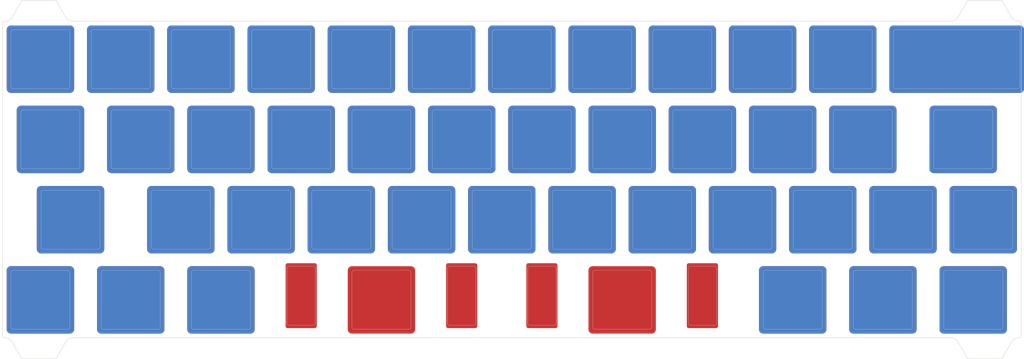
<source format=kicad_pcb>
(kicad_pcb (version 20171130) (host pcbnew "(5.1.10)-1")

  (general
    (thickness 1.6)
    (drawings 32)
    (tracks 0)
    (zones 0)
    (modules 44)
    (nets 1)
  )

  (page A4)
  (layers
    (0 F.Cu signal)
    (31 B.Cu signal)
    (32 B.Adhes user)
    (33 F.Adhes user)
    (34 B.Paste user)
    (35 F.Paste user)
    (36 B.SilkS user)
    (37 F.SilkS user)
    (38 B.Mask user)
    (39 F.Mask user)
    (40 Dwgs.User user)
    (41 Cmts.User user)
    (42 Eco1.User user)
    (43 Eco2.User user)
    (44 Edge.Cuts user)
    (45 Margin user)
    (46 B.CrtYd user)
    (47 F.CrtYd user)
    (48 B.Fab user)
    (49 F.Fab user)
  )

  (setup
    (last_trace_width 0.25)
    (trace_clearance 0.2)
    (zone_clearance 0.508)
    (zone_45_only no)
    (trace_min 0.2)
    (via_size 0.8)
    (via_drill 0.4)
    (via_min_size 0.4)
    (via_min_drill 0.3)
    (uvia_size 0.3)
    (uvia_drill 0.1)
    (uvias_allowed no)
    (uvia_min_size 0.2)
    (uvia_min_drill 0.1)
    (edge_width 0.05)
    (segment_width 0.2)
    (pcb_text_width 0.3)
    (pcb_text_size 1.5 1.5)
    (mod_edge_width 0.12)
    (mod_text_size 1 1)
    (mod_text_width 0.15)
    (pad_size 1.524 1.524)
    (pad_drill 0.762)
    (pad_to_mask_clearance 0)
    (aux_axis_origin 0 0)
    (grid_origin 22.2236 24.6047)
    (visible_elements 7EFFEFFF)
    (pcbplotparams
      (layerselection 0x010c0_ffffffff)
      (usegerberextensions false)
      (usegerberattributes false)
      (usegerberadvancedattributes false)
      (creategerberjobfile false)
      (excludeedgelayer true)
      (linewidth 0.100000)
      (plotframeref false)
      (viasonmask false)
      (mode 1)
      (useauxorigin false)
      (hpglpennumber 1)
      (hpglpenspeed 20)
      (hpglpendiameter 15.000000)
      (psnegative false)
      (psa4output false)
      (plotreference true)
      (plotvalue true)
      (plotinvisibletext false)
      (padsonsilk false)
      (subtractmaskfromsilk false)
      (outputformat 1)
      (mirror false)
      (drillshape 0)
      (scaleselection 1)
      (outputdirectory "./"))
  )

  (net 0 "")

  (net_class Default "This is the default net class."
    (clearance 0.2)
    (trace_width 0.25)
    (via_dia 0.8)
    (via_drill 0.4)
    (uvia_dia 0.3)
    (uvia_drill 0.1)
  )

  (module Keybage_MX_Cutout:MX_Cutout_1.75u_enc (layer F.Cu) (tedit 6052B467) (tstamp 5FE06496)
    (at 238.9037 24.6047)
    (fp_text reference REF** (at 0.25 10.05) (layer Eco2.User) hide
      (effects (font (size 1 1) (thickness 0.15)))
    )
    (fp_text value MX_Cutout_1.75u_enc (at 0 -15.24) (layer F.Fab) hide
      (effects (font (size 1 1) (thickness 0.15)))
    )
    (fp_line (start 15.83125 6.5) (end 15.83125 -6.5) (layer Edge.Cuts) (width 0.05))
    (fp_line (start -13.64375 7) (end 15.33125 7) (layer Edge.Cuts) (width 0.05))
    (fp_line (start -14.14375 -6.5) (end -14.14375 6.5) (layer Edge.Cuts) (width 0.05))
    (fp_line (start 15.33125 -7) (end -13.64375 -7) (layer Edge.Cuts) (width 0.05))
    (fp_line (start -16.66875 -9.525) (end 16.66875 -9.525) (layer Dwgs.User) (width 0.15))
    (fp_line (start -16.66875 9.525) (end -16.66875 -9.525) (layer Dwgs.User) (width 0.15))
    (fp_line (start 16.66875 9.525) (end -16.66875 9.525) (layer Dwgs.User) (width 0.15))
    (fp_line (start 16.66875 -9.525) (end 16.66875 9.525) (layer Dwgs.User) (width 0.15))
    (fp_arc (start 15.33125 -6.5) (end 15.83125 -6.5) (angle -90) (layer Edge.Cuts) (width 0.05))
    (fp_arc (start -13.64375 -6.5) (end -13.64375 -7) (angle -90) (layer Edge.Cuts) (width 0.05))
    (fp_arc (start -13.64375 6.5) (end -14.14375 6.5) (angle -90) (layer Edge.Cuts) (width 0.05))
    (fp_arc (start 15.33125 6.5) (end 15.33125 7) (angle -90) (layer Edge.Cuts) (width 0.05))
    (pad 1 smd roundrect (at 0.84375 0 180) (size 31.975 16) (layers F.Cu F.Mask) (roundrect_rratio 0.063))
    (pad 1 smd roundrect (at 0.84375 0 180) (size 31.975 16) (layers B.Cu B.Mask) (roundrect_rratio 0.063))
  )

  (module Keybage_MX_Cutout:MX_Cutout_3u (layer F.Cu) (tedit 5FDFEB91) (tstamp 5FE05F07)
    (at 160.3274 81.7511 180)
    (fp_text reference REF** (at 0.25 10.05 180) (layer Eco2.User) hide
      (effects (font (size 1 1) (thickness 0.15)))
    )
    (fp_text value MX_Cutout_3u (at 0 -15.24 180) (layer F.Fab) hide
      (effects (font (size 1 1) (thickness 0.15)))
    )
    (fp_line (start 16.175 -6) (end 21.925 -6) (layer Edge.Cuts) (width 0.05))
    (fp_line (start 15.675 7.5) (end 15.675 -5.5) (layer Edge.Cuts) (width 0.05))
    (fp_line (start 21.925 8) (end 16.175 8) (layer Edge.Cuts) (width 0.05))
    (fp_line (start 22.425 -5.5) (end 22.425 7.5) (layer Edge.Cuts) (width 0.05))
    (fp_line (start -21.925 -6) (end -16.175 -6) (layer Edge.Cuts) (width 0.05))
    (fp_line (start -22.425 7.5) (end -22.425 -5.5) (layer Edge.Cuts) (width 0.05))
    (fp_line (start -16.175 8) (end -21.925 8) (layer Edge.Cuts) (width 0.05))
    (fp_line (start -15.675 -5.5) (end -15.675 7.5) (layer Edge.Cuts) (width 0.05))
    (fp_line (start -7 6.5) (end -7 -6.5) (layer Edge.Cuts) (width 0.05))
    (fp_line (start 6.5 7) (end -6.5 7) (layer Edge.Cuts) (width 0.05))
    (fp_line (start 7 -6.5) (end 7 6.5) (layer Edge.Cuts) (width 0.05))
    (fp_line (start -6.5 -7) (end 6.5 -7) (layer Edge.Cuts) (width 0.05))
    (fp_line (start 28.575 -9.525) (end 28.575 9.525) (layer Dwgs.User) (width 0.15))
    (fp_line (start -28.575 -9.525) (end 28.575 -9.525) (layer Dwgs.User) (width 0.15))
    (fp_line (start -28.575 9.525) (end 28.575 9.525) (layer Dwgs.User) (width 0.15))
    (fp_line (start -28.575 -9.525) (end -28.575 9.525) (layer Dwgs.User) (width 0.15))
    (fp_arc (start -16.175 -5.5) (end -15.675 -5.5) (angle -90) (layer Edge.Cuts) (width 0.05))
    (fp_arc (start -21.925 -5.5) (end -21.925 -6) (angle -90) (layer Edge.Cuts) (width 0.05))
    (fp_arc (start -21.925 7.5) (end -22.425 7.5) (angle -90) (layer Edge.Cuts) (width 0.05))
    (fp_arc (start -16.175 7.5) (end -16.175 8) (angle -90) (layer Edge.Cuts) (width 0.05))
    (fp_arc (start -6.5 -6.5) (end -6.5 -7) (angle -90) (layer Edge.Cuts) (width 0.05))
    (fp_arc (start -6.5 6.5) (end -7 6.5) (angle -90) (layer Edge.Cuts) (width 0.05))
    (fp_arc (start 6.5 6.5) (end 6.5 7) (angle -90) (layer Edge.Cuts) (width 0.05))
    (fp_arc (start 6.5 -6.5) (end 7 -6.5) (angle -90) (layer Edge.Cuts) (width 0.05))
    (fp_arc (start 21.925 -5.5) (end 22.425 -5.5) (angle -90) (layer Edge.Cuts) (width 0.05))
    (fp_arc (start 16.175 -5.5) (end 16.175 -6) (angle -90) (layer Edge.Cuts) (width 0.05))
    (fp_arc (start 16.175 7.5) (end 15.675 7.5) (angle -90) (layer Edge.Cuts) (width 0.05))
    (fp_arc (start 21.925 7.5) (end 21.925 8) (angle -90) (layer Edge.Cuts) (width 0.05))
    (pad 1 smd roundrect (at 0 0) (size 16 16) (layers F.Cu F.Mask) (roundrect_rratio 0.063))
    (pad 1 smd roundrect (at -19.05 1) (size 7.4 15.4) (layers F.Cu F.Mask) (roundrect_rratio 0.063))
    (pad 1 smd roundrect (at 19.05 1) (size 7.4 15.4) (layers F.Cu F.Mask) (roundrect_rratio 0.063))
  )

  (module Keybage_MX_Cutout:MX_Cutout_3u (layer F.Cu) (tedit 5FDFEB91) (tstamp 5FE05A71)
    (at 103.181 81.7511 180)
    (fp_text reference REF** (at 0.25 10.05 180) (layer Eco2.User) hide
      (effects (font (size 1 1) (thickness 0.15)))
    )
    (fp_text value MX_Cutout_3u (at 0 -15.24 180) (layer F.Fab) hide
      (effects (font (size 1 1) (thickness 0.15)))
    )
    (fp_line (start 16.175 -6) (end 21.925 -6) (layer Edge.Cuts) (width 0.05))
    (fp_line (start 15.675 7.5) (end 15.675 -5.5) (layer Edge.Cuts) (width 0.05))
    (fp_line (start 21.925 8) (end 16.175 8) (layer Edge.Cuts) (width 0.05))
    (fp_line (start 22.425 -5.5) (end 22.425 7.5) (layer Edge.Cuts) (width 0.05))
    (fp_line (start -21.925 -6) (end -16.175 -6) (layer Edge.Cuts) (width 0.05))
    (fp_line (start -22.425 7.5) (end -22.425 -5.5) (layer Edge.Cuts) (width 0.05))
    (fp_line (start -16.175 8) (end -21.925 8) (layer Edge.Cuts) (width 0.05))
    (fp_line (start -15.675 -5.5) (end -15.675 7.5) (layer Edge.Cuts) (width 0.05))
    (fp_line (start -7 6.5) (end -7 -6.5) (layer Edge.Cuts) (width 0.05))
    (fp_line (start 6.5 7) (end -6.5 7) (layer Edge.Cuts) (width 0.05))
    (fp_line (start 7 -6.5) (end 7 6.5) (layer Edge.Cuts) (width 0.05))
    (fp_line (start -6.5 -7) (end 6.5 -7) (layer Edge.Cuts) (width 0.05))
    (fp_line (start 28.575 -9.525) (end 28.575 9.525) (layer Dwgs.User) (width 0.15))
    (fp_line (start -28.575 -9.525) (end 28.575 -9.525) (layer Dwgs.User) (width 0.15))
    (fp_line (start -28.575 9.525) (end 28.575 9.525) (layer Dwgs.User) (width 0.15))
    (fp_line (start -28.575 -9.525) (end -28.575 9.525) (layer Dwgs.User) (width 0.15))
    (fp_arc (start -16.175 -5.5) (end -15.675 -5.5) (angle -90) (layer Edge.Cuts) (width 0.05))
    (fp_arc (start -21.925 -5.5) (end -21.925 -6) (angle -90) (layer Edge.Cuts) (width 0.05))
    (fp_arc (start -21.925 7.5) (end -22.425 7.5) (angle -90) (layer Edge.Cuts) (width 0.05))
    (fp_arc (start -16.175 7.5) (end -16.175 8) (angle -90) (layer Edge.Cuts) (width 0.05))
    (fp_arc (start -6.5 -6.5) (end -6.5 -7) (angle -90) (layer Edge.Cuts) (width 0.05))
    (fp_arc (start -6.5 6.5) (end -7 6.5) (angle -90) (layer Edge.Cuts) (width 0.05))
    (fp_arc (start 6.5 6.5) (end 6.5 7) (angle -90) (layer Edge.Cuts) (width 0.05))
    (fp_arc (start 6.5 -6.5) (end 7 -6.5) (angle -90) (layer Edge.Cuts) (width 0.05))
    (fp_arc (start 21.925 -5.5) (end 22.425 -5.5) (angle -90) (layer Edge.Cuts) (width 0.05))
    (fp_arc (start 16.175 -5.5) (end 16.175 -6) (angle -90) (layer Edge.Cuts) (width 0.05))
    (fp_arc (start 16.175 7.5) (end 15.675 7.5) (angle -90) (layer Edge.Cuts) (width 0.05))
    (fp_arc (start 21.925 7.5) (end 21.925 8) (angle -90) (layer Edge.Cuts) (width 0.05))
    (pad 1 smd roundrect (at 0 0) (size 16 16) (layers F.Cu F.Mask) (roundrect_rratio 0.063))
    (pad 1 smd roundrect (at -19.05 1) (size 7.4 15.4) (layers F.Cu F.Mask) (roundrect_rratio 0.063))
    (pad 1 smd roundrect (at 19.05 1) (size 7.4 15.4) (layers F.Cu F.Mask) (roundrect_rratio 0.063))
  )

  (module Keybage_MX_Cutout:MX_Cutout_1.5u (layer F.Cu) (tedit 5F05689C) (tstamp 5FE05508)
    (at 241.2848 43.6535)
    (fp_text reference REF** (at 0.25 10.05) (layer Eco2.User) hide
      (effects (font (size 1 1) (thickness 0.15)))
    )
    (fp_text value MX_Cutout_1.5u (at 0 -15.24) (layer F.Fab) hide
      (effects (font (size 1 1) (thickness 0.15)))
    )
    (fp_line (start 14.2875 -9.525) (end 14.2875 9.525) (layer Dwgs.User) (width 0.15))
    (fp_line (start 14.2875 9.525) (end -14.2875 9.525) (layer Dwgs.User) (width 0.15))
    (fp_line (start -14.2875 9.525) (end -14.2875 -9.525) (layer Dwgs.User) (width 0.15))
    (fp_line (start -14.2875 -9.525) (end 14.2875 -9.525) (layer Dwgs.User) (width 0.15))
    (fp_line (start 6.5 -7) (end -6.5 -7) (layer Edge.Cuts) (width 0.05))
    (fp_line (start -7 -6.5) (end -7 6.5) (layer Edge.Cuts) (width 0.05))
    (fp_line (start -6.5 7) (end 6.5 7) (layer Edge.Cuts) (width 0.05))
    (fp_line (start 7 6.5) (end 7 -6.5) (layer Edge.Cuts) (width 0.05))
    (fp_arc (start 6.5 -6.5) (end 7 -6.5) (angle -90) (layer Edge.Cuts) (width 0.05))
    (fp_arc (start -6.5 -6.5) (end -6.5 -7) (angle -90) (layer Edge.Cuts) (width 0.05))
    (fp_arc (start -6.5 6.5) (end -7 6.5) (angle -90) (layer Edge.Cuts) (width 0.05))
    (fp_arc (start 6.5 6.5) (end 6.5 7) (angle -90) (layer Edge.Cuts) (width 0.05))
    (pad 1 smd roundrect (at 0 0 180) (size 16 16) (layers F.Cu F.Mask) (roundrect_rratio 0.063))
    (pad 1 smd roundrect (at 0 0 180) (size 16 16) (layers B.Cu B.Mask) (roundrect_rratio 0.063))
  )

  (module Keybage_MX_Cutout:MX_Cutout_1.25u (layer F.Cu) (tedit 5F056825) (tstamp 5FE05398)
    (at 243.6659 81.7511)
    (fp_text reference REF** (at 0.25 10.05) (layer Eco2.User) hide
      (effects (font (size 1 1) (thickness 0.15)))
    )
    (fp_text value MX_Cutout_1.25u (at 0 -15.24) (layer F.Fab) hide
      (effects (font (size 1 1) (thickness 0.15)))
    )
    (fp_line (start 11.90625 -9.525) (end 11.90625 9.525) (layer Dwgs.User) (width 0.15))
    (fp_line (start 11.90625 9.525) (end -11.90625 9.525) (layer Dwgs.User) (width 0.15))
    (fp_line (start -11.90625 9.525) (end -11.90625 -9.525) (layer Dwgs.User) (width 0.15))
    (fp_line (start -11.90625 -9.525) (end 11.90625 -9.525) (layer Dwgs.User) (width 0.15))
    (fp_line (start 6.5 -7) (end -6.5 -7) (layer Edge.Cuts) (width 0.05))
    (fp_line (start -7 -6.5) (end -7 6.5) (layer Edge.Cuts) (width 0.05))
    (fp_line (start -6.5 7) (end 6.5 7) (layer Edge.Cuts) (width 0.05))
    (fp_line (start 7 6.5) (end 7 -6.5) (layer Edge.Cuts) (width 0.05))
    (fp_arc (start 6.5 -6.5) (end 7 -6.5) (angle -90) (layer Edge.Cuts) (width 0.05))
    (fp_arc (start -6.5 -6.5) (end -6.5 -7) (angle -90) (layer Edge.Cuts) (width 0.05))
    (fp_arc (start -6.5 6.5) (end -7 6.5) (angle -90) (layer Edge.Cuts) (width 0.05))
    (fp_arc (start 6.5 6.5) (end 6.5 7) (angle -90) (layer Edge.Cuts) (width 0.05))
    (pad 1 smd roundrect (at 0 0 180) (size 16 16) (layers F.Cu F.Mask) (roundrect_rratio 0.063))
    (pad 1 smd roundrect (at 0 0 180) (size 16 16) (layers B.Cu B.Mask) (roundrect_rratio 0.063))
  )

  (module Keybage_MX_Cutout:MX_Cutout_1.25u (layer F.Cu) (tedit 5F056825) (tstamp 5FE05353)
    (at 200.8061 81.7511)
    (fp_text reference REF** (at 0.25 10.05) (layer Eco2.User) hide
      (effects (font (size 1 1) (thickness 0.15)))
    )
    (fp_text value MX_Cutout_1.25u (at 0 -15.24) (layer F.Fab) hide
      (effects (font (size 1 1) (thickness 0.15)))
    )
    (fp_line (start 11.90625 -9.525) (end 11.90625 9.525) (layer Dwgs.User) (width 0.15))
    (fp_line (start 11.90625 9.525) (end -11.90625 9.525) (layer Dwgs.User) (width 0.15))
    (fp_line (start -11.90625 9.525) (end -11.90625 -9.525) (layer Dwgs.User) (width 0.15))
    (fp_line (start -11.90625 -9.525) (end 11.90625 -9.525) (layer Dwgs.User) (width 0.15))
    (fp_line (start 6.5 -7) (end -6.5 -7) (layer Edge.Cuts) (width 0.05))
    (fp_line (start -7 -6.5) (end -7 6.5) (layer Edge.Cuts) (width 0.05))
    (fp_line (start -6.5 7) (end 6.5 7) (layer Edge.Cuts) (width 0.05))
    (fp_line (start 7 6.5) (end 7 -6.5) (layer Edge.Cuts) (width 0.05))
    (fp_arc (start 6.5 -6.5) (end 7 -6.5) (angle -90) (layer Edge.Cuts) (width 0.05))
    (fp_arc (start -6.5 -6.5) (end -6.5 -7) (angle -90) (layer Edge.Cuts) (width 0.05))
    (fp_arc (start -6.5 6.5) (end -7 6.5) (angle -90) (layer Edge.Cuts) (width 0.05))
    (fp_arc (start 6.5 6.5) (end 6.5 7) (angle -90) (layer Edge.Cuts) (width 0.05))
    (pad 1 smd roundrect (at 0 0 180) (size 16 16) (layers F.Cu F.Mask) (roundrect_rratio 0.063))
    (pad 1 smd roundrect (at 0 0 180) (size 16 16) (layers B.Cu B.Mask) (roundrect_rratio 0.063))
  )

  (module Keybage_MX_Cutout:MX_Cutout_1.25u (layer F.Cu) (tedit 5F056825) (tstamp 5FE0530E)
    (at 43.6535 81.7511)
    (fp_text reference REF** (at 0.25 10.05) (layer Eco2.User) hide
      (effects (font (size 1 1) (thickness 0.15)))
    )
    (fp_text value MX_Cutout_1.25u (at 0 -15.24) (layer F.Fab) hide
      (effects (font (size 1 1) (thickness 0.15)))
    )
    (fp_line (start 11.90625 -9.525) (end 11.90625 9.525) (layer Dwgs.User) (width 0.15))
    (fp_line (start 11.90625 9.525) (end -11.90625 9.525) (layer Dwgs.User) (width 0.15))
    (fp_line (start -11.90625 9.525) (end -11.90625 -9.525) (layer Dwgs.User) (width 0.15))
    (fp_line (start -11.90625 -9.525) (end 11.90625 -9.525) (layer Dwgs.User) (width 0.15))
    (fp_line (start 6.5 -7) (end -6.5 -7) (layer Edge.Cuts) (width 0.05))
    (fp_line (start -7 -6.5) (end -7 6.5) (layer Edge.Cuts) (width 0.05))
    (fp_line (start -6.5 7) (end 6.5 7) (layer Edge.Cuts) (width 0.05))
    (fp_line (start 7 6.5) (end 7 -6.5) (layer Edge.Cuts) (width 0.05))
    (fp_arc (start 6.5 -6.5) (end 7 -6.5) (angle -90) (layer Edge.Cuts) (width 0.05))
    (fp_arc (start -6.5 -6.5) (end -6.5 -7) (angle -90) (layer Edge.Cuts) (width 0.05))
    (fp_arc (start -6.5 6.5) (end -7 6.5) (angle -90) (layer Edge.Cuts) (width 0.05))
    (fp_arc (start 6.5 6.5) (end 6.5 7) (angle -90) (layer Edge.Cuts) (width 0.05))
    (pad 1 smd roundrect (at 0 0 180) (size 16 16) (layers F.Cu F.Mask) (roundrect_rratio 0.063))
    (pad 1 smd roundrect (at 0 0 180) (size 16 16) (layers B.Cu B.Mask) (roundrect_rratio 0.063))
  )

  (module Keybage_MX_Cutout:MX_Cutout_1.75u (layer F.Cu) (tedit 5F056945) (tstamp 5FE052A7)
    (at 29.3669 62.7023)
    (fp_text reference REF** (at 0.25 10.05) (layer Eco2.User) hide
      (effects (font (size 1 1) (thickness 0.15)))
    )
    (fp_text value MX_Cutout_1.75u (at 0 -15.24) (layer F.Fab) hide
      (effects (font (size 1 1) (thickness 0.15)))
    )
    (fp_line (start 16.66875 -9.525) (end 16.66875 9.525) (layer Dwgs.User) (width 0.15))
    (fp_line (start 16.66875 9.525) (end -16.66875 9.525) (layer Dwgs.User) (width 0.15))
    (fp_line (start -16.66875 9.525) (end -16.66875 -9.525) (layer Dwgs.User) (width 0.15))
    (fp_line (start -16.66875 -9.525) (end 16.66875 -9.525) (layer Dwgs.User) (width 0.15))
    (fp_line (start 6.5 -7) (end -6.5 -7) (layer Edge.Cuts) (width 0.05))
    (fp_line (start -7 -6.5) (end -7 6.5) (layer Edge.Cuts) (width 0.05))
    (fp_line (start -6.5 7) (end 6.5 7) (layer Edge.Cuts) (width 0.05))
    (fp_line (start 7 6.5) (end 7 -6.5) (layer Edge.Cuts) (width 0.05))
    (fp_arc (start 6.5 6.5) (end 6.5 7) (angle -90) (layer Edge.Cuts) (width 0.05))
    (fp_arc (start -6.5 6.5) (end -7 6.5) (angle -90) (layer Edge.Cuts) (width 0.05))
    (fp_arc (start -6.5 -6.5) (end -6.5 -7) (angle -90) (layer Edge.Cuts) (width 0.05))
    (fp_arc (start 6.5 -6.5) (end 7 -6.5) (angle -90) (layer Edge.Cuts) (width 0.05))
    (pad 1 smd roundrect (at 0 0 180) (size 16 16) (layers B.Cu B.Mask) (roundrect_rratio 0.063))
    (pad 1 smd roundrect (at 0 0 180) (size 16 16) (layers F.Cu F.Mask) (roundrect_rratio 0.063))
  )

  (module Keybage_MX_Cutout:MX_Cutout_1.25u (layer F.Cu) (tedit 5F056825) (tstamp 5FE05115)
    (at 24.6047 43.6535)
    (fp_text reference REF** (at 0.25 10.05) (layer Eco2.User) hide
      (effects (font (size 1 1) (thickness 0.15)))
    )
    (fp_text value MX_Cutout_1.25u (at 0 -15.24) (layer F.Fab) hide
      (effects (font (size 1 1) (thickness 0.15)))
    )
    (fp_line (start 11.90625 -9.525) (end 11.90625 9.525) (layer Dwgs.User) (width 0.15))
    (fp_line (start 11.90625 9.525) (end -11.90625 9.525) (layer Dwgs.User) (width 0.15))
    (fp_line (start -11.90625 9.525) (end -11.90625 -9.525) (layer Dwgs.User) (width 0.15))
    (fp_line (start -11.90625 -9.525) (end 11.90625 -9.525) (layer Dwgs.User) (width 0.15))
    (fp_line (start 6.5 -7) (end -6.5 -7) (layer Edge.Cuts) (width 0.05))
    (fp_line (start -7 -6.5) (end -7 6.5) (layer Edge.Cuts) (width 0.05))
    (fp_line (start -6.5 7) (end 6.5 7) (layer Edge.Cuts) (width 0.05))
    (fp_line (start 7 6.5) (end 7 -6.5) (layer Edge.Cuts) (width 0.05))
    (fp_arc (start 6.5 -6.5) (end 7 -6.5) (angle -90) (layer Edge.Cuts) (width 0.05))
    (fp_arc (start -6.5 -6.5) (end -6.5 -7) (angle -90) (layer Edge.Cuts) (width 0.05))
    (fp_arc (start -6.5 6.5) (end -7 6.5) (angle -90) (layer Edge.Cuts) (width 0.05))
    (fp_arc (start 6.5 6.5) (end 6.5 7) (angle -90) (layer Edge.Cuts) (width 0.05))
    (pad 1 smd roundrect (at 0 0 180) (size 16 16) (layers F.Cu F.Mask) (roundrect_rratio 0.063))
    (pad 1 smd roundrect (at 0 0 180) (size 16 16) (layers B.Cu B.Mask) (roundrect_rratio 0.063))
  )

  (module Keybage_MX_Cutout:MX_Cutout_1u (layer F.Cu) (tedit 5F0566A3) (tstamp 5FE04F31)
    (at 222.236 81.7511)
    (fp_text reference REF** (at 0.25 10.05) (layer Eco2.User) hide
      (effects (font (size 1 1) (thickness 0.15)))
    )
    (fp_text value MX_Cutout_1u (at 0 -15.24) (layer F.Fab) hide
      (effects (font (size 1 1) (thickness 0.15)))
    )
    (fp_line (start 9.525 -9.525) (end 9.525 9.525) (layer Dwgs.User) (width 0.15))
    (fp_line (start 9.525 9.525) (end -9.525 9.525) (layer Dwgs.User) (width 0.15))
    (fp_line (start -9.525 9.525) (end -9.525 -9.525) (layer Dwgs.User) (width 0.15))
    (fp_line (start -9.525 -9.525) (end 9.525 -9.525) (layer Dwgs.User) (width 0.15))
    (fp_line (start 6.5 -7) (end -6.5 -7) (layer Edge.Cuts) (width 0.05))
    (fp_line (start -7 -6.5) (end -7 6.5) (layer Edge.Cuts) (width 0.05))
    (fp_line (start -6.5 7) (end 6.5 7) (layer Edge.Cuts) (width 0.05))
    (fp_line (start 7 6.5) (end 7 -6.5) (layer Edge.Cuts) (width 0.05))
    (fp_arc (start 6.5 6.5) (end 6.5 7) (angle -90) (layer Edge.Cuts) (width 0.05))
    (fp_arc (start -6.5 6.5) (end -7 6.5) (angle -90) (layer Edge.Cuts) (width 0.05))
    (fp_arc (start -6.5 -6.5) (end -6.5 -7) (angle -90) (layer Edge.Cuts) (width 0.05))
    (fp_arc (start 6.5 -6.5) (end 7 -6.5) (angle -90) (layer Edge.Cuts) (width 0.05))
    (pad 1 smd roundrect (at 0 0 180) (size 16 16) (layers B.Cu B.Mask) (roundrect_rratio 0.063))
    (pad 1 smd roundrect (at 0 0 180) (size 16 16) (layers F.Cu F.Mask) (roundrect_rratio 0.063))
  )

  (module Keybage_MX_Cutout:MX_Cutout_1u (layer F.Cu) (tedit 5F0566A3) (tstamp 5FE04EEC)
    (at 65.0834 81.7511)
    (fp_text reference REF** (at 0.25 10.05) (layer Eco2.User) hide
      (effects (font (size 1 1) (thickness 0.15)))
    )
    (fp_text value MX_Cutout_1u (at 0 -15.24) (layer F.Fab) hide
      (effects (font (size 1 1) (thickness 0.15)))
    )
    (fp_line (start 9.525 -9.525) (end 9.525 9.525) (layer Dwgs.User) (width 0.15))
    (fp_line (start 9.525 9.525) (end -9.525 9.525) (layer Dwgs.User) (width 0.15))
    (fp_line (start -9.525 9.525) (end -9.525 -9.525) (layer Dwgs.User) (width 0.15))
    (fp_line (start -9.525 -9.525) (end 9.525 -9.525) (layer Dwgs.User) (width 0.15))
    (fp_line (start 6.5 -7) (end -6.5 -7) (layer Edge.Cuts) (width 0.05))
    (fp_line (start -7 -6.5) (end -7 6.5) (layer Edge.Cuts) (width 0.05))
    (fp_line (start -6.5 7) (end 6.5 7) (layer Edge.Cuts) (width 0.05))
    (fp_line (start 7 6.5) (end 7 -6.5) (layer Edge.Cuts) (width 0.05))
    (fp_arc (start 6.5 6.5) (end 6.5 7) (angle -90) (layer Edge.Cuts) (width 0.05))
    (fp_arc (start -6.5 6.5) (end -7 6.5) (angle -90) (layer Edge.Cuts) (width 0.05))
    (fp_arc (start -6.5 -6.5) (end -6.5 -7) (angle -90) (layer Edge.Cuts) (width 0.05))
    (fp_arc (start 6.5 -6.5) (end 7 -6.5) (angle -90) (layer Edge.Cuts) (width 0.05))
    (pad 1 smd roundrect (at 0 0 180) (size 16 16) (layers B.Cu B.Mask) (roundrect_rratio 0.063))
    (pad 1 smd roundrect (at 0 0 180) (size 16 16) (layers F.Cu F.Mask) (roundrect_rratio 0.063))
  )

  (module Keybage_MX_Cutout:MX_Cutout_1u (layer F.Cu) (tedit 5F0566A3) (tstamp 5FE04EA7)
    (at 22.2236 81.7511)
    (fp_text reference REF** (at 0.25 10.05) (layer Eco2.User) hide
      (effects (font (size 1 1) (thickness 0.15)))
    )
    (fp_text value MX_Cutout_1u (at 0 -15.24) (layer F.Fab) hide
      (effects (font (size 1 1) (thickness 0.15)))
    )
    (fp_line (start 9.525 -9.525) (end 9.525 9.525) (layer Dwgs.User) (width 0.15))
    (fp_line (start 9.525 9.525) (end -9.525 9.525) (layer Dwgs.User) (width 0.15))
    (fp_line (start -9.525 9.525) (end -9.525 -9.525) (layer Dwgs.User) (width 0.15))
    (fp_line (start -9.525 -9.525) (end 9.525 -9.525) (layer Dwgs.User) (width 0.15))
    (fp_line (start 6.5 -7) (end -6.5 -7) (layer Edge.Cuts) (width 0.05))
    (fp_line (start -7 -6.5) (end -7 6.5) (layer Edge.Cuts) (width 0.05))
    (fp_line (start -6.5 7) (end 6.5 7) (layer Edge.Cuts) (width 0.05))
    (fp_line (start 7 6.5) (end 7 -6.5) (layer Edge.Cuts) (width 0.05))
    (fp_arc (start 6.5 6.5) (end 6.5 7) (angle -90) (layer Edge.Cuts) (width 0.05))
    (fp_arc (start -6.5 6.5) (end -7 6.5) (angle -90) (layer Edge.Cuts) (width 0.05))
    (fp_arc (start -6.5 -6.5) (end -6.5 -7) (angle -90) (layer Edge.Cuts) (width 0.05))
    (fp_arc (start 6.5 -6.5) (end 7 -6.5) (angle -90) (layer Edge.Cuts) (width 0.05))
    (pad 1 smd roundrect (at 0 0 180) (size 16 16) (layers B.Cu B.Mask) (roundrect_rratio 0.063))
    (pad 1 smd roundrect (at 0 0 180) (size 16 16) (layers F.Cu F.Mask) (roundrect_rratio 0.063))
  )

  (module Keybage_MX_Cutout:MX_Cutout_1u (layer F.Cu) (tedit 5F0566A3) (tstamp 5FE04E62)
    (at 55.559 62.7023)
    (fp_text reference REF** (at 0.25 10.05) (layer Eco2.User) hide
      (effects (font (size 1 1) (thickness 0.15)))
    )
    (fp_text value MX_Cutout_1u (at 0 -15.24) (layer F.Fab) hide
      (effects (font (size 1 1) (thickness 0.15)))
    )
    (fp_line (start 9.525 -9.525) (end 9.525 9.525) (layer Dwgs.User) (width 0.15))
    (fp_line (start 9.525 9.525) (end -9.525 9.525) (layer Dwgs.User) (width 0.15))
    (fp_line (start -9.525 9.525) (end -9.525 -9.525) (layer Dwgs.User) (width 0.15))
    (fp_line (start -9.525 -9.525) (end 9.525 -9.525) (layer Dwgs.User) (width 0.15))
    (fp_line (start 6.5 -7) (end -6.5 -7) (layer Edge.Cuts) (width 0.05))
    (fp_line (start -7 -6.5) (end -7 6.5) (layer Edge.Cuts) (width 0.05))
    (fp_line (start -6.5 7) (end 6.5 7) (layer Edge.Cuts) (width 0.05))
    (fp_line (start 7 6.5) (end 7 -6.5) (layer Edge.Cuts) (width 0.05))
    (fp_arc (start 6.5 6.5) (end 6.5 7) (angle -90) (layer Edge.Cuts) (width 0.05))
    (fp_arc (start -6.5 6.5) (end -7 6.5) (angle -90) (layer Edge.Cuts) (width 0.05))
    (fp_arc (start -6.5 -6.5) (end -6.5 -7) (angle -90) (layer Edge.Cuts) (width 0.05))
    (fp_arc (start 6.5 -6.5) (end 7 -6.5) (angle -90) (layer Edge.Cuts) (width 0.05))
    (pad 1 smd roundrect (at 0 0 180) (size 16 16) (layers B.Cu B.Mask) (roundrect_rratio 0.063))
    (pad 1 smd roundrect (at 0 0 180) (size 16 16) (layers F.Cu F.Mask) (roundrect_rratio 0.063))
  )

  (module Keybage_MX_Cutout:MX_Cutout_1u (layer F.Cu) (tedit 5F0566A3) (tstamp 5FE04E1D)
    (at 74.6078 62.7023)
    (fp_text reference REF** (at 0.25 10.05) (layer Eco2.User) hide
      (effects (font (size 1 1) (thickness 0.15)))
    )
    (fp_text value MX_Cutout_1u (at 0 -15.24) (layer F.Fab) hide
      (effects (font (size 1 1) (thickness 0.15)))
    )
    (fp_line (start 9.525 -9.525) (end 9.525 9.525) (layer Dwgs.User) (width 0.15))
    (fp_line (start 9.525 9.525) (end -9.525 9.525) (layer Dwgs.User) (width 0.15))
    (fp_line (start -9.525 9.525) (end -9.525 -9.525) (layer Dwgs.User) (width 0.15))
    (fp_line (start -9.525 -9.525) (end 9.525 -9.525) (layer Dwgs.User) (width 0.15))
    (fp_line (start 6.5 -7) (end -6.5 -7) (layer Edge.Cuts) (width 0.05))
    (fp_line (start -7 -6.5) (end -7 6.5) (layer Edge.Cuts) (width 0.05))
    (fp_line (start -6.5 7) (end 6.5 7) (layer Edge.Cuts) (width 0.05))
    (fp_line (start 7 6.5) (end 7 -6.5) (layer Edge.Cuts) (width 0.05))
    (fp_arc (start 6.5 6.5) (end 6.5 7) (angle -90) (layer Edge.Cuts) (width 0.05))
    (fp_arc (start -6.5 6.5) (end -7 6.5) (angle -90) (layer Edge.Cuts) (width 0.05))
    (fp_arc (start -6.5 -6.5) (end -6.5 -7) (angle -90) (layer Edge.Cuts) (width 0.05))
    (fp_arc (start 6.5 -6.5) (end 7 -6.5) (angle -90) (layer Edge.Cuts) (width 0.05))
    (pad 1 smd roundrect (at 0 0 180) (size 16 16) (layers B.Cu B.Mask) (roundrect_rratio 0.063))
    (pad 1 smd roundrect (at 0 0 180) (size 16 16) (layers F.Cu F.Mask) (roundrect_rratio 0.063))
  )

  (module Keybage_MX_Cutout:MX_Cutout_1u (layer F.Cu) (tedit 5F0566A3) (tstamp 5FE04DD8)
    (at 93.6566 62.7023)
    (fp_text reference REF** (at 0.25 10.05) (layer Eco2.User) hide
      (effects (font (size 1 1) (thickness 0.15)))
    )
    (fp_text value MX_Cutout_1u (at 0 -15.24) (layer F.Fab) hide
      (effects (font (size 1 1) (thickness 0.15)))
    )
    (fp_line (start 9.525 -9.525) (end 9.525 9.525) (layer Dwgs.User) (width 0.15))
    (fp_line (start 9.525 9.525) (end -9.525 9.525) (layer Dwgs.User) (width 0.15))
    (fp_line (start -9.525 9.525) (end -9.525 -9.525) (layer Dwgs.User) (width 0.15))
    (fp_line (start -9.525 -9.525) (end 9.525 -9.525) (layer Dwgs.User) (width 0.15))
    (fp_line (start 6.5 -7) (end -6.5 -7) (layer Edge.Cuts) (width 0.05))
    (fp_line (start -7 -6.5) (end -7 6.5) (layer Edge.Cuts) (width 0.05))
    (fp_line (start -6.5 7) (end 6.5 7) (layer Edge.Cuts) (width 0.05))
    (fp_line (start 7 6.5) (end 7 -6.5) (layer Edge.Cuts) (width 0.05))
    (fp_arc (start 6.5 6.5) (end 6.5 7) (angle -90) (layer Edge.Cuts) (width 0.05))
    (fp_arc (start -6.5 6.5) (end -7 6.5) (angle -90) (layer Edge.Cuts) (width 0.05))
    (fp_arc (start -6.5 -6.5) (end -6.5 -7) (angle -90) (layer Edge.Cuts) (width 0.05))
    (fp_arc (start 6.5 -6.5) (end 7 -6.5) (angle -90) (layer Edge.Cuts) (width 0.05))
    (pad 1 smd roundrect (at 0 0 180) (size 16 16) (layers B.Cu B.Mask) (roundrect_rratio 0.063))
    (pad 1 smd roundrect (at 0 0 180) (size 16 16) (layers F.Cu F.Mask) (roundrect_rratio 0.063))
  )

  (module Keybage_MX_Cutout:MX_Cutout_1u (layer F.Cu) (tedit 5F0566A3) (tstamp 5FE04D93)
    (at 112.7054 62.7023)
    (fp_text reference REF** (at 0.25 10.05) (layer Eco2.User) hide
      (effects (font (size 1 1) (thickness 0.15)))
    )
    (fp_text value MX_Cutout_1u (at 0 -15.24) (layer F.Fab) hide
      (effects (font (size 1 1) (thickness 0.15)))
    )
    (fp_line (start 9.525 -9.525) (end 9.525 9.525) (layer Dwgs.User) (width 0.15))
    (fp_line (start 9.525 9.525) (end -9.525 9.525) (layer Dwgs.User) (width 0.15))
    (fp_line (start -9.525 9.525) (end -9.525 -9.525) (layer Dwgs.User) (width 0.15))
    (fp_line (start -9.525 -9.525) (end 9.525 -9.525) (layer Dwgs.User) (width 0.15))
    (fp_line (start 6.5 -7) (end -6.5 -7) (layer Edge.Cuts) (width 0.05))
    (fp_line (start -7 -6.5) (end -7 6.5) (layer Edge.Cuts) (width 0.05))
    (fp_line (start -6.5 7) (end 6.5 7) (layer Edge.Cuts) (width 0.05))
    (fp_line (start 7 6.5) (end 7 -6.5) (layer Edge.Cuts) (width 0.05))
    (fp_arc (start 6.5 6.5) (end 6.5 7) (angle -90) (layer Edge.Cuts) (width 0.05))
    (fp_arc (start -6.5 6.5) (end -7 6.5) (angle -90) (layer Edge.Cuts) (width 0.05))
    (fp_arc (start -6.5 -6.5) (end -6.5 -7) (angle -90) (layer Edge.Cuts) (width 0.05))
    (fp_arc (start 6.5 -6.5) (end 7 -6.5) (angle -90) (layer Edge.Cuts) (width 0.05))
    (pad 1 smd roundrect (at 0 0 180) (size 16 16) (layers B.Cu B.Mask) (roundrect_rratio 0.063))
    (pad 1 smd roundrect (at 0 0 180) (size 16 16) (layers F.Cu F.Mask) (roundrect_rratio 0.063))
  )

  (module Keybage_MX_Cutout:MX_Cutout_1u (layer F.Cu) (tedit 5F0566A3) (tstamp 5FE04D4E)
    (at 131.7542 62.7023)
    (fp_text reference REF** (at 0.25 10.05) (layer Eco2.User) hide
      (effects (font (size 1 1) (thickness 0.15)))
    )
    (fp_text value MX_Cutout_1u (at 0 -15.24) (layer F.Fab) hide
      (effects (font (size 1 1) (thickness 0.15)))
    )
    (fp_line (start 9.525 -9.525) (end 9.525 9.525) (layer Dwgs.User) (width 0.15))
    (fp_line (start 9.525 9.525) (end -9.525 9.525) (layer Dwgs.User) (width 0.15))
    (fp_line (start -9.525 9.525) (end -9.525 -9.525) (layer Dwgs.User) (width 0.15))
    (fp_line (start -9.525 -9.525) (end 9.525 -9.525) (layer Dwgs.User) (width 0.15))
    (fp_line (start 6.5 -7) (end -6.5 -7) (layer Edge.Cuts) (width 0.05))
    (fp_line (start -7 -6.5) (end -7 6.5) (layer Edge.Cuts) (width 0.05))
    (fp_line (start -6.5 7) (end 6.5 7) (layer Edge.Cuts) (width 0.05))
    (fp_line (start 7 6.5) (end 7 -6.5) (layer Edge.Cuts) (width 0.05))
    (fp_arc (start 6.5 6.5) (end 6.5 7) (angle -90) (layer Edge.Cuts) (width 0.05))
    (fp_arc (start -6.5 6.5) (end -7 6.5) (angle -90) (layer Edge.Cuts) (width 0.05))
    (fp_arc (start -6.5 -6.5) (end -6.5 -7) (angle -90) (layer Edge.Cuts) (width 0.05))
    (fp_arc (start 6.5 -6.5) (end 7 -6.5) (angle -90) (layer Edge.Cuts) (width 0.05))
    (pad 1 smd roundrect (at 0 0 180) (size 16 16) (layers B.Cu B.Mask) (roundrect_rratio 0.063))
    (pad 1 smd roundrect (at 0 0 180) (size 16 16) (layers F.Cu F.Mask) (roundrect_rratio 0.063))
  )

  (module Keybage_MX_Cutout:MX_Cutout_1u (layer F.Cu) (tedit 5F0566A3) (tstamp 5FE04D09)
    (at 150.803 62.7023)
    (fp_text reference REF** (at 0.25 10.05) (layer Eco2.User) hide
      (effects (font (size 1 1) (thickness 0.15)))
    )
    (fp_text value MX_Cutout_1u (at 0 -15.24) (layer F.Fab) hide
      (effects (font (size 1 1) (thickness 0.15)))
    )
    (fp_line (start 9.525 -9.525) (end 9.525 9.525) (layer Dwgs.User) (width 0.15))
    (fp_line (start 9.525 9.525) (end -9.525 9.525) (layer Dwgs.User) (width 0.15))
    (fp_line (start -9.525 9.525) (end -9.525 -9.525) (layer Dwgs.User) (width 0.15))
    (fp_line (start -9.525 -9.525) (end 9.525 -9.525) (layer Dwgs.User) (width 0.15))
    (fp_line (start 6.5 -7) (end -6.5 -7) (layer Edge.Cuts) (width 0.05))
    (fp_line (start -7 -6.5) (end -7 6.5) (layer Edge.Cuts) (width 0.05))
    (fp_line (start -6.5 7) (end 6.5 7) (layer Edge.Cuts) (width 0.05))
    (fp_line (start 7 6.5) (end 7 -6.5) (layer Edge.Cuts) (width 0.05))
    (fp_arc (start 6.5 6.5) (end 6.5 7) (angle -90) (layer Edge.Cuts) (width 0.05))
    (fp_arc (start -6.5 6.5) (end -7 6.5) (angle -90) (layer Edge.Cuts) (width 0.05))
    (fp_arc (start -6.5 -6.5) (end -6.5 -7) (angle -90) (layer Edge.Cuts) (width 0.05))
    (fp_arc (start 6.5 -6.5) (end 7 -6.5) (angle -90) (layer Edge.Cuts) (width 0.05))
    (pad 1 smd roundrect (at 0 0 180) (size 16 16) (layers B.Cu B.Mask) (roundrect_rratio 0.063))
    (pad 1 smd roundrect (at 0 0 180) (size 16 16) (layers F.Cu F.Mask) (roundrect_rratio 0.063))
  )

  (module Keybage_MX_Cutout:MX_Cutout_1u (layer F.Cu) (tedit 5F0566A3) (tstamp 5FE04CC4)
    (at 169.8518 62.7023)
    (fp_text reference REF** (at 0.25 10.05) (layer Eco2.User) hide
      (effects (font (size 1 1) (thickness 0.15)))
    )
    (fp_text value MX_Cutout_1u (at 0 -15.24) (layer F.Fab) hide
      (effects (font (size 1 1) (thickness 0.15)))
    )
    (fp_line (start 9.525 -9.525) (end 9.525 9.525) (layer Dwgs.User) (width 0.15))
    (fp_line (start 9.525 9.525) (end -9.525 9.525) (layer Dwgs.User) (width 0.15))
    (fp_line (start -9.525 9.525) (end -9.525 -9.525) (layer Dwgs.User) (width 0.15))
    (fp_line (start -9.525 -9.525) (end 9.525 -9.525) (layer Dwgs.User) (width 0.15))
    (fp_line (start 6.5 -7) (end -6.5 -7) (layer Edge.Cuts) (width 0.05))
    (fp_line (start -7 -6.5) (end -7 6.5) (layer Edge.Cuts) (width 0.05))
    (fp_line (start -6.5 7) (end 6.5 7) (layer Edge.Cuts) (width 0.05))
    (fp_line (start 7 6.5) (end 7 -6.5) (layer Edge.Cuts) (width 0.05))
    (fp_arc (start 6.5 6.5) (end 6.5 7) (angle -90) (layer Edge.Cuts) (width 0.05))
    (fp_arc (start -6.5 6.5) (end -7 6.5) (angle -90) (layer Edge.Cuts) (width 0.05))
    (fp_arc (start -6.5 -6.5) (end -6.5 -7) (angle -90) (layer Edge.Cuts) (width 0.05))
    (fp_arc (start 6.5 -6.5) (end 7 -6.5) (angle -90) (layer Edge.Cuts) (width 0.05))
    (pad 1 smd roundrect (at 0 0 180) (size 16 16) (layers B.Cu B.Mask) (roundrect_rratio 0.063))
    (pad 1 smd roundrect (at 0 0 180) (size 16 16) (layers F.Cu F.Mask) (roundrect_rratio 0.063))
  )

  (module Keybage_MX_Cutout:MX_Cutout_1u (layer F.Cu) (tedit 5F0566A3) (tstamp 5FE04C7F)
    (at 188.9006 62.7023)
    (fp_text reference REF** (at 0.25 10.05) (layer Eco2.User) hide
      (effects (font (size 1 1) (thickness 0.15)))
    )
    (fp_text value MX_Cutout_1u (at 0 -15.24) (layer F.Fab) hide
      (effects (font (size 1 1) (thickness 0.15)))
    )
    (fp_line (start 9.525 -9.525) (end 9.525 9.525) (layer Dwgs.User) (width 0.15))
    (fp_line (start 9.525 9.525) (end -9.525 9.525) (layer Dwgs.User) (width 0.15))
    (fp_line (start -9.525 9.525) (end -9.525 -9.525) (layer Dwgs.User) (width 0.15))
    (fp_line (start -9.525 -9.525) (end 9.525 -9.525) (layer Dwgs.User) (width 0.15))
    (fp_line (start 6.5 -7) (end -6.5 -7) (layer Edge.Cuts) (width 0.05))
    (fp_line (start -7 -6.5) (end -7 6.5) (layer Edge.Cuts) (width 0.05))
    (fp_line (start -6.5 7) (end 6.5 7) (layer Edge.Cuts) (width 0.05))
    (fp_line (start 7 6.5) (end 7 -6.5) (layer Edge.Cuts) (width 0.05))
    (fp_arc (start 6.5 6.5) (end 6.5 7) (angle -90) (layer Edge.Cuts) (width 0.05))
    (fp_arc (start -6.5 6.5) (end -7 6.5) (angle -90) (layer Edge.Cuts) (width 0.05))
    (fp_arc (start -6.5 -6.5) (end -6.5 -7) (angle -90) (layer Edge.Cuts) (width 0.05))
    (fp_arc (start 6.5 -6.5) (end 7 -6.5) (angle -90) (layer Edge.Cuts) (width 0.05))
    (pad 1 smd roundrect (at 0 0 180) (size 16 16) (layers B.Cu B.Mask) (roundrect_rratio 0.063))
    (pad 1 smd roundrect (at 0 0 180) (size 16 16) (layers F.Cu F.Mask) (roundrect_rratio 0.063))
  )

  (module Keybage_MX_Cutout:MX_Cutout_1u (layer F.Cu) (tedit 5F0566A3) (tstamp 5FE04C3A)
    (at 207.9494 62.7023)
    (fp_text reference REF** (at 0.25 10.05) (layer Eco2.User) hide
      (effects (font (size 1 1) (thickness 0.15)))
    )
    (fp_text value MX_Cutout_1u (at 0 -15.24) (layer F.Fab) hide
      (effects (font (size 1 1) (thickness 0.15)))
    )
    (fp_line (start 9.525 -9.525) (end 9.525 9.525) (layer Dwgs.User) (width 0.15))
    (fp_line (start 9.525 9.525) (end -9.525 9.525) (layer Dwgs.User) (width 0.15))
    (fp_line (start -9.525 9.525) (end -9.525 -9.525) (layer Dwgs.User) (width 0.15))
    (fp_line (start -9.525 -9.525) (end 9.525 -9.525) (layer Dwgs.User) (width 0.15))
    (fp_line (start 6.5 -7) (end -6.5 -7) (layer Edge.Cuts) (width 0.05))
    (fp_line (start -7 -6.5) (end -7 6.5) (layer Edge.Cuts) (width 0.05))
    (fp_line (start -6.5 7) (end 6.5 7) (layer Edge.Cuts) (width 0.05))
    (fp_line (start 7 6.5) (end 7 -6.5) (layer Edge.Cuts) (width 0.05))
    (fp_arc (start 6.5 6.5) (end 6.5 7) (angle -90) (layer Edge.Cuts) (width 0.05))
    (fp_arc (start -6.5 6.5) (end -7 6.5) (angle -90) (layer Edge.Cuts) (width 0.05))
    (fp_arc (start -6.5 -6.5) (end -6.5 -7) (angle -90) (layer Edge.Cuts) (width 0.05))
    (fp_arc (start 6.5 -6.5) (end 7 -6.5) (angle -90) (layer Edge.Cuts) (width 0.05))
    (pad 1 smd roundrect (at 0 0 180) (size 16 16) (layers B.Cu B.Mask) (roundrect_rratio 0.063))
    (pad 1 smd roundrect (at 0 0 180) (size 16 16) (layers F.Cu F.Mask) (roundrect_rratio 0.063))
  )

  (module Keybage_MX_Cutout:MX_Cutout_1u (layer F.Cu) (tedit 5F0566A3) (tstamp 5FE04BF5)
    (at 226.9982 62.7023)
    (fp_text reference REF** (at 0.25 10.05) (layer Eco2.User) hide
      (effects (font (size 1 1) (thickness 0.15)))
    )
    (fp_text value MX_Cutout_1u (at 0 -15.24) (layer F.Fab) hide
      (effects (font (size 1 1) (thickness 0.15)))
    )
    (fp_line (start 9.525 -9.525) (end 9.525 9.525) (layer Dwgs.User) (width 0.15))
    (fp_line (start 9.525 9.525) (end -9.525 9.525) (layer Dwgs.User) (width 0.15))
    (fp_line (start -9.525 9.525) (end -9.525 -9.525) (layer Dwgs.User) (width 0.15))
    (fp_line (start -9.525 -9.525) (end 9.525 -9.525) (layer Dwgs.User) (width 0.15))
    (fp_line (start 6.5 -7) (end -6.5 -7) (layer Edge.Cuts) (width 0.05))
    (fp_line (start -7 -6.5) (end -7 6.5) (layer Edge.Cuts) (width 0.05))
    (fp_line (start -6.5 7) (end 6.5 7) (layer Edge.Cuts) (width 0.05))
    (fp_line (start 7 6.5) (end 7 -6.5) (layer Edge.Cuts) (width 0.05))
    (fp_arc (start 6.5 6.5) (end 6.5 7) (angle -90) (layer Edge.Cuts) (width 0.05))
    (fp_arc (start -6.5 6.5) (end -7 6.5) (angle -90) (layer Edge.Cuts) (width 0.05))
    (fp_arc (start -6.5 -6.5) (end -6.5 -7) (angle -90) (layer Edge.Cuts) (width 0.05))
    (fp_arc (start 6.5 -6.5) (end 7 -6.5) (angle -90) (layer Edge.Cuts) (width 0.05))
    (pad 1 smd roundrect (at 0 0 180) (size 16 16) (layers B.Cu B.Mask) (roundrect_rratio 0.063))
    (pad 1 smd roundrect (at 0 0 180) (size 16 16) (layers F.Cu F.Mask) (roundrect_rratio 0.063))
  )

  (module Keybage_MX_Cutout:MX_Cutout_1u (layer F.Cu) (tedit 5F0566A3) (tstamp 5FE04BB0)
    (at 246.047 62.7023)
    (fp_text reference REF** (at 0.25 10.05) (layer Eco2.User) hide
      (effects (font (size 1 1) (thickness 0.15)))
    )
    (fp_text value MX_Cutout_1u (at 0 -15.24) (layer F.Fab) hide
      (effects (font (size 1 1) (thickness 0.15)))
    )
    (fp_line (start 9.525 -9.525) (end 9.525 9.525) (layer Dwgs.User) (width 0.15))
    (fp_line (start 9.525 9.525) (end -9.525 9.525) (layer Dwgs.User) (width 0.15))
    (fp_line (start -9.525 9.525) (end -9.525 -9.525) (layer Dwgs.User) (width 0.15))
    (fp_line (start -9.525 -9.525) (end 9.525 -9.525) (layer Dwgs.User) (width 0.15))
    (fp_line (start 6.5 -7) (end -6.5 -7) (layer Edge.Cuts) (width 0.05))
    (fp_line (start -7 -6.5) (end -7 6.5) (layer Edge.Cuts) (width 0.05))
    (fp_line (start -6.5 7) (end 6.5 7) (layer Edge.Cuts) (width 0.05))
    (fp_line (start 7 6.5) (end 7 -6.5) (layer Edge.Cuts) (width 0.05))
    (fp_arc (start 6.5 6.5) (end 6.5 7) (angle -90) (layer Edge.Cuts) (width 0.05))
    (fp_arc (start -6.5 6.5) (end -7 6.5) (angle -90) (layer Edge.Cuts) (width 0.05))
    (fp_arc (start -6.5 -6.5) (end -6.5 -7) (angle -90) (layer Edge.Cuts) (width 0.05))
    (fp_arc (start 6.5 -6.5) (end 7 -6.5) (angle -90) (layer Edge.Cuts) (width 0.05))
    (pad 1 smd roundrect (at 0 0 180) (size 16 16) (layers B.Cu B.Mask) (roundrect_rratio 0.063))
    (pad 1 smd roundrect (at 0 0 180) (size 16 16) (layers F.Cu F.Mask) (roundrect_rratio 0.063))
  )

  (module Keybage_MX_Cutout:MX_Cutout_1u (layer F.Cu) (tedit 5F0566A3) (tstamp 5FE04B6B)
    (at 217.4738 43.6535)
    (fp_text reference REF** (at 0.25 10.05) (layer Eco2.User) hide
      (effects (font (size 1 1) (thickness 0.15)))
    )
    (fp_text value MX_Cutout_1u (at 0 -15.24) (layer F.Fab) hide
      (effects (font (size 1 1) (thickness 0.15)))
    )
    (fp_line (start 9.525 -9.525) (end 9.525 9.525) (layer Dwgs.User) (width 0.15))
    (fp_line (start 9.525 9.525) (end -9.525 9.525) (layer Dwgs.User) (width 0.15))
    (fp_line (start -9.525 9.525) (end -9.525 -9.525) (layer Dwgs.User) (width 0.15))
    (fp_line (start -9.525 -9.525) (end 9.525 -9.525) (layer Dwgs.User) (width 0.15))
    (fp_line (start 6.5 -7) (end -6.5 -7) (layer Edge.Cuts) (width 0.05))
    (fp_line (start -7 -6.5) (end -7 6.5) (layer Edge.Cuts) (width 0.05))
    (fp_line (start -6.5 7) (end 6.5 7) (layer Edge.Cuts) (width 0.05))
    (fp_line (start 7 6.5) (end 7 -6.5) (layer Edge.Cuts) (width 0.05))
    (fp_arc (start 6.5 6.5) (end 6.5 7) (angle -90) (layer Edge.Cuts) (width 0.05))
    (fp_arc (start -6.5 6.5) (end -7 6.5) (angle -90) (layer Edge.Cuts) (width 0.05))
    (fp_arc (start -6.5 -6.5) (end -6.5 -7) (angle -90) (layer Edge.Cuts) (width 0.05))
    (fp_arc (start 6.5 -6.5) (end 7 -6.5) (angle -90) (layer Edge.Cuts) (width 0.05))
    (pad 1 smd roundrect (at 0 0 180) (size 16 16) (layers B.Cu B.Mask) (roundrect_rratio 0.063))
    (pad 1 smd roundrect (at 0 0 180) (size 16 16) (layers F.Cu F.Mask) (roundrect_rratio 0.063))
  )

  (module Keybage_MX_Cutout:MX_Cutout_1u (layer F.Cu) (tedit 5F0566A3) (tstamp 5FE04B26)
    (at 198.425 43.6535)
    (fp_text reference REF** (at 0.25 10.05) (layer Eco2.User) hide
      (effects (font (size 1 1) (thickness 0.15)))
    )
    (fp_text value MX_Cutout_1u (at 0 -15.24) (layer F.Fab) hide
      (effects (font (size 1 1) (thickness 0.15)))
    )
    (fp_line (start 9.525 -9.525) (end 9.525 9.525) (layer Dwgs.User) (width 0.15))
    (fp_line (start 9.525 9.525) (end -9.525 9.525) (layer Dwgs.User) (width 0.15))
    (fp_line (start -9.525 9.525) (end -9.525 -9.525) (layer Dwgs.User) (width 0.15))
    (fp_line (start -9.525 -9.525) (end 9.525 -9.525) (layer Dwgs.User) (width 0.15))
    (fp_line (start 6.5 -7) (end -6.5 -7) (layer Edge.Cuts) (width 0.05))
    (fp_line (start -7 -6.5) (end -7 6.5) (layer Edge.Cuts) (width 0.05))
    (fp_line (start -6.5 7) (end 6.5 7) (layer Edge.Cuts) (width 0.05))
    (fp_line (start 7 6.5) (end 7 -6.5) (layer Edge.Cuts) (width 0.05))
    (fp_arc (start 6.5 6.5) (end 6.5 7) (angle -90) (layer Edge.Cuts) (width 0.05))
    (fp_arc (start -6.5 6.5) (end -7 6.5) (angle -90) (layer Edge.Cuts) (width 0.05))
    (fp_arc (start -6.5 -6.5) (end -6.5 -7) (angle -90) (layer Edge.Cuts) (width 0.05))
    (fp_arc (start 6.5 -6.5) (end 7 -6.5) (angle -90) (layer Edge.Cuts) (width 0.05))
    (pad 1 smd roundrect (at 0 0 180) (size 16 16) (layers B.Cu B.Mask) (roundrect_rratio 0.063))
    (pad 1 smd roundrect (at 0 0 180) (size 16 16) (layers F.Cu F.Mask) (roundrect_rratio 0.063))
  )

  (module Keybage_MX_Cutout:MX_Cutout_1u (layer F.Cu) (tedit 5F0566A3) (tstamp 5FE04AE1)
    (at 179.3762 43.6535)
    (fp_text reference REF** (at 0.25 10.05) (layer Eco2.User) hide
      (effects (font (size 1 1) (thickness 0.15)))
    )
    (fp_text value MX_Cutout_1u (at 0 -15.24) (layer F.Fab) hide
      (effects (font (size 1 1) (thickness 0.15)))
    )
    (fp_line (start 9.525 -9.525) (end 9.525 9.525) (layer Dwgs.User) (width 0.15))
    (fp_line (start 9.525 9.525) (end -9.525 9.525) (layer Dwgs.User) (width 0.15))
    (fp_line (start -9.525 9.525) (end -9.525 -9.525) (layer Dwgs.User) (width 0.15))
    (fp_line (start -9.525 -9.525) (end 9.525 -9.525) (layer Dwgs.User) (width 0.15))
    (fp_line (start 6.5 -7) (end -6.5 -7) (layer Edge.Cuts) (width 0.05))
    (fp_line (start -7 -6.5) (end -7 6.5) (layer Edge.Cuts) (width 0.05))
    (fp_line (start -6.5 7) (end 6.5 7) (layer Edge.Cuts) (width 0.05))
    (fp_line (start 7 6.5) (end 7 -6.5) (layer Edge.Cuts) (width 0.05))
    (fp_arc (start 6.5 6.5) (end 6.5 7) (angle -90) (layer Edge.Cuts) (width 0.05))
    (fp_arc (start -6.5 6.5) (end -7 6.5) (angle -90) (layer Edge.Cuts) (width 0.05))
    (fp_arc (start -6.5 -6.5) (end -6.5 -7) (angle -90) (layer Edge.Cuts) (width 0.05))
    (fp_arc (start 6.5 -6.5) (end 7 -6.5) (angle -90) (layer Edge.Cuts) (width 0.05))
    (pad 1 smd roundrect (at 0 0 180) (size 16 16) (layers B.Cu B.Mask) (roundrect_rratio 0.063))
    (pad 1 smd roundrect (at 0 0 180) (size 16 16) (layers F.Cu F.Mask) (roundrect_rratio 0.063))
  )

  (module Keybage_MX_Cutout:MX_Cutout_1u (layer F.Cu) (tedit 5F0566A3) (tstamp 5FE04A9C)
    (at 160.3274 43.6535)
    (fp_text reference REF** (at 0.25 10.05) (layer Eco2.User) hide
      (effects (font (size 1 1) (thickness 0.15)))
    )
    (fp_text value MX_Cutout_1u (at 0 -15.24) (layer F.Fab) hide
      (effects (font (size 1 1) (thickness 0.15)))
    )
    (fp_line (start 9.525 -9.525) (end 9.525 9.525) (layer Dwgs.User) (width 0.15))
    (fp_line (start 9.525 9.525) (end -9.525 9.525) (layer Dwgs.User) (width 0.15))
    (fp_line (start -9.525 9.525) (end -9.525 -9.525) (layer Dwgs.User) (width 0.15))
    (fp_line (start -9.525 -9.525) (end 9.525 -9.525) (layer Dwgs.User) (width 0.15))
    (fp_line (start 6.5 -7) (end -6.5 -7) (layer Edge.Cuts) (width 0.05))
    (fp_line (start -7 -6.5) (end -7 6.5) (layer Edge.Cuts) (width 0.05))
    (fp_line (start -6.5 7) (end 6.5 7) (layer Edge.Cuts) (width 0.05))
    (fp_line (start 7 6.5) (end 7 -6.5) (layer Edge.Cuts) (width 0.05))
    (fp_arc (start 6.5 6.5) (end 6.5 7) (angle -90) (layer Edge.Cuts) (width 0.05))
    (fp_arc (start -6.5 6.5) (end -7 6.5) (angle -90) (layer Edge.Cuts) (width 0.05))
    (fp_arc (start -6.5 -6.5) (end -6.5 -7) (angle -90) (layer Edge.Cuts) (width 0.05))
    (fp_arc (start 6.5 -6.5) (end 7 -6.5) (angle -90) (layer Edge.Cuts) (width 0.05))
    (pad 1 smd roundrect (at 0 0 180) (size 16 16) (layers B.Cu B.Mask) (roundrect_rratio 0.063))
    (pad 1 smd roundrect (at 0 0 180) (size 16 16) (layers F.Cu F.Mask) (roundrect_rratio 0.063))
  )

  (module Keybage_MX_Cutout:MX_Cutout_1u (layer F.Cu) (tedit 5F0566A3) (tstamp 5FE04A57)
    (at 141.2786 43.6535)
    (fp_text reference REF** (at 0.25 10.05) (layer Eco2.User) hide
      (effects (font (size 1 1) (thickness 0.15)))
    )
    (fp_text value MX_Cutout_1u (at 0 -15.24) (layer F.Fab) hide
      (effects (font (size 1 1) (thickness 0.15)))
    )
    (fp_line (start 9.525 -9.525) (end 9.525 9.525) (layer Dwgs.User) (width 0.15))
    (fp_line (start 9.525 9.525) (end -9.525 9.525) (layer Dwgs.User) (width 0.15))
    (fp_line (start -9.525 9.525) (end -9.525 -9.525) (layer Dwgs.User) (width 0.15))
    (fp_line (start -9.525 -9.525) (end 9.525 -9.525) (layer Dwgs.User) (width 0.15))
    (fp_line (start 6.5 -7) (end -6.5 -7) (layer Edge.Cuts) (width 0.05))
    (fp_line (start -7 -6.5) (end -7 6.5) (layer Edge.Cuts) (width 0.05))
    (fp_line (start -6.5 7) (end 6.5 7) (layer Edge.Cuts) (width 0.05))
    (fp_line (start 7 6.5) (end 7 -6.5) (layer Edge.Cuts) (width 0.05))
    (fp_arc (start 6.5 6.5) (end 6.5 7) (angle -90) (layer Edge.Cuts) (width 0.05))
    (fp_arc (start -6.5 6.5) (end -7 6.5) (angle -90) (layer Edge.Cuts) (width 0.05))
    (fp_arc (start -6.5 -6.5) (end -6.5 -7) (angle -90) (layer Edge.Cuts) (width 0.05))
    (fp_arc (start 6.5 -6.5) (end 7 -6.5) (angle -90) (layer Edge.Cuts) (width 0.05))
    (pad 1 smd roundrect (at 0 0 180) (size 16 16) (layers B.Cu B.Mask) (roundrect_rratio 0.063))
    (pad 1 smd roundrect (at 0 0 180) (size 16 16) (layers F.Cu F.Mask) (roundrect_rratio 0.063))
  )

  (module Keybage_MX_Cutout:MX_Cutout_1u (layer F.Cu) (tedit 5F0566A3) (tstamp 5FE04A12)
    (at 122.2298 43.6535)
    (fp_text reference REF** (at 0.25 10.05) (layer Eco2.User) hide
      (effects (font (size 1 1) (thickness 0.15)))
    )
    (fp_text value MX_Cutout_1u (at 0 -15.24) (layer F.Fab) hide
      (effects (font (size 1 1) (thickness 0.15)))
    )
    (fp_line (start 9.525 -9.525) (end 9.525 9.525) (layer Dwgs.User) (width 0.15))
    (fp_line (start 9.525 9.525) (end -9.525 9.525) (layer Dwgs.User) (width 0.15))
    (fp_line (start -9.525 9.525) (end -9.525 -9.525) (layer Dwgs.User) (width 0.15))
    (fp_line (start -9.525 -9.525) (end 9.525 -9.525) (layer Dwgs.User) (width 0.15))
    (fp_line (start 6.5 -7) (end -6.5 -7) (layer Edge.Cuts) (width 0.05))
    (fp_line (start -7 -6.5) (end -7 6.5) (layer Edge.Cuts) (width 0.05))
    (fp_line (start -6.5 7) (end 6.5 7) (layer Edge.Cuts) (width 0.05))
    (fp_line (start 7 6.5) (end 7 -6.5) (layer Edge.Cuts) (width 0.05))
    (fp_arc (start 6.5 6.5) (end 6.5 7) (angle -90) (layer Edge.Cuts) (width 0.05))
    (fp_arc (start -6.5 6.5) (end -7 6.5) (angle -90) (layer Edge.Cuts) (width 0.05))
    (fp_arc (start -6.5 -6.5) (end -6.5 -7) (angle -90) (layer Edge.Cuts) (width 0.05))
    (fp_arc (start 6.5 -6.5) (end 7 -6.5) (angle -90) (layer Edge.Cuts) (width 0.05))
    (pad 1 smd roundrect (at 0 0 180) (size 16 16) (layers B.Cu B.Mask) (roundrect_rratio 0.063))
    (pad 1 smd roundrect (at 0 0 180) (size 16 16) (layers F.Cu F.Mask) (roundrect_rratio 0.063))
  )

  (module Keybage_MX_Cutout:MX_Cutout_1u (layer F.Cu) (tedit 5F0566A3) (tstamp 5FE049CD)
    (at 103.181 43.6535)
    (fp_text reference REF** (at 0.25 10.05) (layer Eco2.User) hide
      (effects (font (size 1 1) (thickness 0.15)))
    )
    (fp_text value MX_Cutout_1u (at 0 -15.24) (layer F.Fab) hide
      (effects (font (size 1 1) (thickness 0.15)))
    )
    (fp_line (start 9.525 -9.525) (end 9.525 9.525) (layer Dwgs.User) (width 0.15))
    (fp_line (start 9.525 9.525) (end -9.525 9.525) (layer Dwgs.User) (width 0.15))
    (fp_line (start -9.525 9.525) (end -9.525 -9.525) (layer Dwgs.User) (width 0.15))
    (fp_line (start -9.525 -9.525) (end 9.525 -9.525) (layer Dwgs.User) (width 0.15))
    (fp_line (start 6.5 -7) (end -6.5 -7) (layer Edge.Cuts) (width 0.05))
    (fp_line (start -7 -6.5) (end -7 6.5) (layer Edge.Cuts) (width 0.05))
    (fp_line (start -6.5 7) (end 6.5 7) (layer Edge.Cuts) (width 0.05))
    (fp_line (start 7 6.5) (end 7 -6.5) (layer Edge.Cuts) (width 0.05))
    (fp_arc (start 6.5 6.5) (end 6.5 7) (angle -90) (layer Edge.Cuts) (width 0.05))
    (fp_arc (start -6.5 6.5) (end -7 6.5) (angle -90) (layer Edge.Cuts) (width 0.05))
    (fp_arc (start -6.5 -6.5) (end -6.5 -7) (angle -90) (layer Edge.Cuts) (width 0.05))
    (fp_arc (start 6.5 -6.5) (end 7 -6.5) (angle -90) (layer Edge.Cuts) (width 0.05))
    (pad 1 smd roundrect (at 0 0 180) (size 16 16) (layers B.Cu B.Mask) (roundrect_rratio 0.063))
    (pad 1 smd roundrect (at 0 0 180) (size 16 16) (layers F.Cu F.Mask) (roundrect_rratio 0.063))
  )

  (module Keybage_MX_Cutout:MX_Cutout_1u (layer F.Cu) (tedit 5F0566A3) (tstamp 5FE04988)
    (at 84.1322 43.6535)
    (fp_text reference REF** (at 0.25 10.05) (layer Eco2.User) hide
      (effects (font (size 1 1) (thickness 0.15)))
    )
    (fp_text value MX_Cutout_1u (at 0 -15.24) (layer F.Fab) hide
      (effects (font (size 1 1) (thickness 0.15)))
    )
    (fp_line (start 9.525 -9.525) (end 9.525 9.525) (layer Dwgs.User) (width 0.15))
    (fp_line (start 9.525 9.525) (end -9.525 9.525) (layer Dwgs.User) (width 0.15))
    (fp_line (start -9.525 9.525) (end -9.525 -9.525) (layer Dwgs.User) (width 0.15))
    (fp_line (start -9.525 -9.525) (end 9.525 -9.525) (layer Dwgs.User) (width 0.15))
    (fp_line (start 6.5 -7) (end -6.5 -7) (layer Edge.Cuts) (width 0.05))
    (fp_line (start -7 -6.5) (end -7 6.5) (layer Edge.Cuts) (width 0.05))
    (fp_line (start -6.5 7) (end 6.5 7) (layer Edge.Cuts) (width 0.05))
    (fp_line (start 7 6.5) (end 7 -6.5) (layer Edge.Cuts) (width 0.05))
    (fp_arc (start 6.5 6.5) (end 6.5 7) (angle -90) (layer Edge.Cuts) (width 0.05))
    (fp_arc (start -6.5 6.5) (end -7 6.5) (angle -90) (layer Edge.Cuts) (width 0.05))
    (fp_arc (start -6.5 -6.5) (end -6.5 -7) (angle -90) (layer Edge.Cuts) (width 0.05))
    (fp_arc (start 6.5 -6.5) (end 7 -6.5) (angle -90) (layer Edge.Cuts) (width 0.05))
    (pad 1 smd roundrect (at 0 0 180) (size 16 16) (layers B.Cu B.Mask) (roundrect_rratio 0.063))
    (pad 1 smd roundrect (at 0 0 180) (size 16 16) (layers F.Cu F.Mask) (roundrect_rratio 0.063))
  )

  (module Keybage_MX_Cutout:MX_Cutout_1u (layer F.Cu) (tedit 5F0566A3) (tstamp 5FE04943)
    (at 65.0834 43.6535)
    (fp_text reference REF** (at 0.25 10.05) (layer Eco2.User) hide
      (effects (font (size 1 1) (thickness 0.15)))
    )
    (fp_text value MX_Cutout_1u (at 0 -15.24) (layer F.Fab) hide
      (effects (font (size 1 1) (thickness 0.15)))
    )
    (fp_line (start 9.525 -9.525) (end 9.525 9.525) (layer Dwgs.User) (width 0.15))
    (fp_line (start 9.525 9.525) (end -9.525 9.525) (layer Dwgs.User) (width 0.15))
    (fp_line (start -9.525 9.525) (end -9.525 -9.525) (layer Dwgs.User) (width 0.15))
    (fp_line (start -9.525 -9.525) (end 9.525 -9.525) (layer Dwgs.User) (width 0.15))
    (fp_line (start 6.5 -7) (end -6.5 -7) (layer Edge.Cuts) (width 0.05))
    (fp_line (start -7 -6.5) (end -7 6.5) (layer Edge.Cuts) (width 0.05))
    (fp_line (start -6.5 7) (end 6.5 7) (layer Edge.Cuts) (width 0.05))
    (fp_line (start 7 6.5) (end 7 -6.5) (layer Edge.Cuts) (width 0.05))
    (fp_arc (start 6.5 6.5) (end 6.5 7) (angle -90) (layer Edge.Cuts) (width 0.05))
    (fp_arc (start -6.5 6.5) (end -7 6.5) (angle -90) (layer Edge.Cuts) (width 0.05))
    (fp_arc (start -6.5 -6.5) (end -6.5 -7) (angle -90) (layer Edge.Cuts) (width 0.05))
    (fp_arc (start 6.5 -6.5) (end 7 -6.5) (angle -90) (layer Edge.Cuts) (width 0.05))
    (pad 1 smd roundrect (at 0 0 180) (size 16 16) (layers B.Cu B.Mask) (roundrect_rratio 0.063))
    (pad 1 smd roundrect (at 0 0 180) (size 16 16) (layers F.Cu F.Mask) (roundrect_rratio 0.063))
  )

  (module Keybage_MX_Cutout:MX_Cutout_1u (layer F.Cu) (tedit 5F0566A3) (tstamp 5FE048FE)
    (at 46.0346 43.6535)
    (fp_text reference REF** (at 0.25 10.05) (layer Eco2.User) hide
      (effects (font (size 1 1) (thickness 0.15)))
    )
    (fp_text value MX_Cutout_1u (at 0 -15.24) (layer F.Fab) hide
      (effects (font (size 1 1) (thickness 0.15)))
    )
    (fp_line (start 9.525 -9.525) (end 9.525 9.525) (layer Dwgs.User) (width 0.15))
    (fp_line (start 9.525 9.525) (end -9.525 9.525) (layer Dwgs.User) (width 0.15))
    (fp_line (start -9.525 9.525) (end -9.525 -9.525) (layer Dwgs.User) (width 0.15))
    (fp_line (start -9.525 -9.525) (end 9.525 -9.525) (layer Dwgs.User) (width 0.15))
    (fp_line (start 6.5 -7) (end -6.5 -7) (layer Edge.Cuts) (width 0.05))
    (fp_line (start -7 -6.5) (end -7 6.5) (layer Edge.Cuts) (width 0.05))
    (fp_line (start -6.5 7) (end 6.5 7) (layer Edge.Cuts) (width 0.05))
    (fp_line (start 7 6.5) (end 7 -6.5) (layer Edge.Cuts) (width 0.05))
    (fp_arc (start 6.5 6.5) (end 6.5 7) (angle -90) (layer Edge.Cuts) (width 0.05))
    (fp_arc (start -6.5 6.5) (end -7 6.5) (angle -90) (layer Edge.Cuts) (width 0.05))
    (fp_arc (start -6.5 -6.5) (end -6.5 -7) (angle -90) (layer Edge.Cuts) (width 0.05))
    (fp_arc (start 6.5 -6.5) (end 7 -6.5) (angle -90) (layer Edge.Cuts) (width 0.05))
    (pad 1 smd roundrect (at 0 0 180) (size 16 16) (layers B.Cu B.Mask) (roundrect_rratio 0.063))
    (pad 1 smd roundrect (at 0 0 180) (size 16 16) (layers F.Cu F.Mask) (roundrect_rratio 0.063))
  )

  (module Keybage_MX_Cutout:MX_Cutout_1u (layer F.Cu) (tedit 5F0566A3) (tstamp 5FE048B9)
    (at 212.7116 24.6047)
    (fp_text reference REF** (at 0.25 10.05) (layer Eco2.User) hide
      (effects (font (size 1 1) (thickness 0.15)))
    )
    (fp_text value MX_Cutout_1u (at 0 -15.24) (layer F.Fab) hide
      (effects (font (size 1 1) (thickness 0.15)))
    )
    (fp_line (start 9.525 -9.525) (end 9.525 9.525) (layer Dwgs.User) (width 0.15))
    (fp_line (start 9.525 9.525) (end -9.525 9.525) (layer Dwgs.User) (width 0.15))
    (fp_line (start -9.525 9.525) (end -9.525 -9.525) (layer Dwgs.User) (width 0.15))
    (fp_line (start -9.525 -9.525) (end 9.525 -9.525) (layer Dwgs.User) (width 0.15))
    (fp_line (start 6.5 -7) (end -6.5 -7) (layer Edge.Cuts) (width 0.05))
    (fp_line (start -7 -6.5) (end -7 6.5) (layer Edge.Cuts) (width 0.05))
    (fp_line (start -6.5 7) (end 6.5 7) (layer Edge.Cuts) (width 0.05))
    (fp_line (start 7 6.5) (end 7 -6.5) (layer Edge.Cuts) (width 0.05))
    (fp_arc (start 6.5 6.5) (end 6.5 7) (angle -90) (layer Edge.Cuts) (width 0.05))
    (fp_arc (start -6.5 6.5) (end -7 6.5) (angle -90) (layer Edge.Cuts) (width 0.05))
    (fp_arc (start -6.5 -6.5) (end -6.5 -7) (angle -90) (layer Edge.Cuts) (width 0.05))
    (fp_arc (start 6.5 -6.5) (end 7 -6.5) (angle -90) (layer Edge.Cuts) (width 0.05))
    (pad 1 smd roundrect (at 0 0 180) (size 16 16) (layers B.Cu B.Mask) (roundrect_rratio 0.063))
    (pad 1 smd roundrect (at 0 0 180) (size 16 16) (layers F.Cu F.Mask) (roundrect_rratio 0.063))
  )

  (module Keybage_MX_Cutout:MX_Cutout_1u (layer F.Cu) (tedit 5F0566A3) (tstamp 5FE04874)
    (at 193.6628 24.6047)
    (fp_text reference REF** (at 0.25 10.05) (layer Eco2.User) hide
      (effects (font (size 1 1) (thickness 0.15)))
    )
    (fp_text value MX_Cutout_1u (at 0 -15.24) (layer F.Fab) hide
      (effects (font (size 1 1) (thickness 0.15)))
    )
    (fp_line (start 9.525 -9.525) (end 9.525 9.525) (layer Dwgs.User) (width 0.15))
    (fp_line (start 9.525 9.525) (end -9.525 9.525) (layer Dwgs.User) (width 0.15))
    (fp_line (start -9.525 9.525) (end -9.525 -9.525) (layer Dwgs.User) (width 0.15))
    (fp_line (start -9.525 -9.525) (end 9.525 -9.525) (layer Dwgs.User) (width 0.15))
    (fp_line (start 6.5 -7) (end -6.5 -7) (layer Edge.Cuts) (width 0.05))
    (fp_line (start -7 -6.5) (end -7 6.5) (layer Edge.Cuts) (width 0.05))
    (fp_line (start -6.5 7) (end 6.5 7) (layer Edge.Cuts) (width 0.05))
    (fp_line (start 7 6.5) (end 7 -6.5) (layer Edge.Cuts) (width 0.05))
    (fp_arc (start 6.5 6.5) (end 6.5 7) (angle -90) (layer Edge.Cuts) (width 0.05))
    (fp_arc (start -6.5 6.5) (end -7 6.5) (angle -90) (layer Edge.Cuts) (width 0.05))
    (fp_arc (start -6.5 -6.5) (end -6.5 -7) (angle -90) (layer Edge.Cuts) (width 0.05))
    (fp_arc (start 6.5 -6.5) (end 7 -6.5) (angle -90) (layer Edge.Cuts) (width 0.05))
    (pad 1 smd roundrect (at 0 0 180) (size 16 16) (layers B.Cu B.Mask) (roundrect_rratio 0.063))
    (pad 1 smd roundrect (at 0 0 180) (size 16 16) (layers F.Cu F.Mask) (roundrect_rratio 0.063))
  )

  (module Keybage_MX_Cutout:MX_Cutout_1u (layer F.Cu) (tedit 5F0566A3) (tstamp 5FE0482F)
    (at 174.614 24.6047)
    (fp_text reference REF** (at 0.25 10.05) (layer Eco2.User) hide
      (effects (font (size 1 1) (thickness 0.15)))
    )
    (fp_text value MX_Cutout_1u (at 0 -15.24) (layer F.Fab) hide
      (effects (font (size 1 1) (thickness 0.15)))
    )
    (fp_line (start 9.525 -9.525) (end 9.525 9.525) (layer Dwgs.User) (width 0.15))
    (fp_line (start 9.525 9.525) (end -9.525 9.525) (layer Dwgs.User) (width 0.15))
    (fp_line (start -9.525 9.525) (end -9.525 -9.525) (layer Dwgs.User) (width 0.15))
    (fp_line (start -9.525 -9.525) (end 9.525 -9.525) (layer Dwgs.User) (width 0.15))
    (fp_line (start 6.5 -7) (end -6.5 -7) (layer Edge.Cuts) (width 0.05))
    (fp_line (start -7 -6.5) (end -7 6.5) (layer Edge.Cuts) (width 0.05))
    (fp_line (start -6.5 7) (end 6.5 7) (layer Edge.Cuts) (width 0.05))
    (fp_line (start 7 6.5) (end 7 -6.5) (layer Edge.Cuts) (width 0.05))
    (fp_arc (start 6.5 6.5) (end 6.5 7) (angle -90) (layer Edge.Cuts) (width 0.05))
    (fp_arc (start -6.5 6.5) (end -7 6.5) (angle -90) (layer Edge.Cuts) (width 0.05))
    (fp_arc (start -6.5 -6.5) (end -6.5 -7) (angle -90) (layer Edge.Cuts) (width 0.05))
    (fp_arc (start 6.5 -6.5) (end 7 -6.5) (angle -90) (layer Edge.Cuts) (width 0.05))
    (pad 1 smd roundrect (at 0 0 180) (size 16 16) (layers B.Cu B.Mask) (roundrect_rratio 0.063))
    (pad 1 smd roundrect (at 0 0 180) (size 16 16) (layers F.Cu F.Mask) (roundrect_rratio 0.063))
  )

  (module Keybage_MX_Cutout:MX_Cutout_1u (layer F.Cu) (tedit 5F0566A3) (tstamp 5FE047EA)
    (at 155.5652 24.6047)
    (fp_text reference REF** (at 0.25 10.05) (layer Eco2.User) hide
      (effects (font (size 1 1) (thickness 0.15)))
    )
    (fp_text value MX_Cutout_1u (at 0 -15.24) (layer F.Fab) hide
      (effects (font (size 1 1) (thickness 0.15)))
    )
    (fp_line (start 9.525 -9.525) (end 9.525 9.525) (layer Dwgs.User) (width 0.15))
    (fp_line (start 9.525 9.525) (end -9.525 9.525) (layer Dwgs.User) (width 0.15))
    (fp_line (start -9.525 9.525) (end -9.525 -9.525) (layer Dwgs.User) (width 0.15))
    (fp_line (start -9.525 -9.525) (end 9.525 -9.525) (layer Dwgs.User) (width 0.15))
    (fp_line (start 6.5 -7) (end -6.5 -7) (layer Edge.Cuts) (width 0.05))
    (fp_line (start -7 -6.5) (end -7 6.5) (layer Edge.Cuts) (width 0.05))
    (fp_line (start -6.5 7) (end 6.5 7) (layer Edge.Cuts) (width 0.05))
    (fp_line (start 7 6.5) (end 7 -6.5) (layer Edge.Cuts) (width 0.05))
    (fp_arc (start 6.5 6.5) (end 6.5 7) (angle -90) (layer Edge.Cuts) (width 0.05))
    (fp_arc (start -6.5 6.5) (end -7 6.5) (angle -90) (layer Edge.Cuts) (width 0.05))
    (fp_arc (start -6.5 -6.5) (end -6.5 -7) (angle -90) (layer Edge.Cuts) (width 0.05))
    (fp_arc (start 6.5 -6.5) (end 7 -6.5) (angle -90) (layer Edge.Cuts) (width 0.05))
    (pad 1 smd roundrect (at 0 0 180) (size 16 16) (layers B.Cu B.Mask) (roundrect_rratio 0.063))
    (pad 1 smd roundrect (at 0 0 180) (size 16 16) (layers F.Cu F.Mask) (roundrect_rratio 0.063))
  )

  (module Keybage_MX_Cutout:MX_Cutout_1u (layer F.Cu) (tedit 5F0566A3) (tstamp 5FE047A5)
    (at 136.5164 24.6047)
    (fp_text reference REF** (at 0.25 10.05) (layer Eco2.User) hide
      (effects (font (size 1 1) (thickness 0.15)))
    )
    (fp_text value MX_Cutout_1u (at 0 -15.24) (layer F.Fab) hide
      (effects (font (size 1 1) (thickness 0.15)))
    )
    (fp_line (start 9.525 -9.525) (end 9.525 9.525) (layer Dwgs.User) (width 0.15))
    (fp_line (start 9.525 9.525) (end -9.525 9.525) (layer Dwgs.User) (width 0.15))
    (fp_line (start -9.525 9.525) (end -9.525 -9.525) (layer Dwgs.User) (width 0.15))
    (fp_line (start -9.525 -9.525) (end 9.525 -9.525) (layer Dwgs.User) (width 0.15))
    (fp_line (start 6.5 -7) (end -6.5 -7) (layer Edge.Cuts) (width 0.05))
    (fp_line (start -7 -6.5) (end -7 6.5) (layer Edge.Cuts) (width 0.05))
    (fp_line (start -6.5 7) (end 6.5 7) (layer Edge.Cuts) (width 0.05))
    (fp_line (start 7 6.5) (end 7 -6.5) (layer Edge.Cuts) (width 0.05))
    (fp_arc (start 6.5 6.5) (end 6.5 7) (angle -90) (layer Edge.Cuts) (width 0.05))
    (fp_arc (start -6.5 6.5) (end -7 6.5) (angle -90) (layer Edge.Cuts) (width 0.05))
    (fp_arc (start -6.5 -6.5) (end -6.5 -7) (angle -90) (layer Edge.Cuts) (width 0.05))
    (fp_arc (start 6.5 -6.5) (end 7 -6.5) (angle -90) (layer Edge.Cuts) (width 0.05))
    (pad 1 smd roundrect (at 0 0 180) (size 16 16) (layers B.Cu B.Mask) (roundrect_rratio 0.063))
    (pad 1 smd roundrect (at 0 0 180) (size 16 16) (layers F.Cu F.Mask) (roundrect_rratio 0.063))
  )

  (module Keybage_MX_Cutout:MX_Cutout_1u (layer F.Cu) (tedit 5F0566A3) (tstamp 5FE04760)
    (at 117.4676 24.6047)
    (fp_text reference REF** (at 0.25 10.05) (layer Eco2.User) hide
      (effects (font (size 1 1) (thickness 0.15)))
    )
    (fp_text value MX_Cutout_1u (at 0 -15.24) (layer F.Fab) hide
      (effects (font (size 1 1) (thickness 0.15)))
    )
    (fp_line (start 9.525 -9.525) (end 9.525 9.525) (layer Dwgs.User) (width 0.15))
    (fp_line (start 9.525 9.525) (end -9.525 9.525) (layer Dwgs.User) (width 0.15))
    (fp_line (start -9.525 9.525) (end -9.525 -9.525) (layer Dwgs.User) (width 0.15))
    (fp_line (start -9.525 -9.525) (end 9.525 -9.525) (layer Dwgs.User) (width 0.15))
    (fp_line (start 6.5 -7) (end -6.5 -7) (layer Edge.Cuts) (width 0.05))
    (fp_line (start -7 -6.5) (end -7 6.5) (layer Edge.Cuts) (width 0.05))
    (fp_line (start -6.5 7) (end 6.5 7) (layer Edge.Cuts) (width 0.05))
    (fp_line (start 7 6.5) (end 7 -6.5) (layer Edge.Cuts) (width 0.05))
    (fp_arc (start 6.5 6.5) (end 6.5 7) (angle -90) (layer Edge.Cuts) (width 0.05))
    (fp_arc (start -6.5 6.5) (end -7 6.5) (angle -90) (layer Edge.Cuts) (width 0.05))
    (fp_arc (start -6.5 -6.5) (end -6.5 -7) (angle -90) (layer Edge.Cuts) (width 0.05))
    (fp_arc (start 6.5 -6.5) (end 7 -6.5) (angle -90) (layer Edge.Cuts) (width 0.05))
    (pad 1 smd roundrect (at 0 0 180) (size 16 16) (layers B.Cu B.Mask) (roundrect_rratio 0.063))
    (pad 1 smd roundrect (at 0 0 180) (size 16 16) (layers F.Cu F.Mask) (roundrect_rratio 0.063))
  )

  (module Keybage_MX_Cutout:MX_Cutout_1u (layer F.Cu) (tedit 5F0566A3) (tstamp 5FE0471B)
    (at 98.4188 24.6047)
    (fp_text reference REF** (at 0.25 10.05) (layer Eco2.User) hide
      (effects (font (size 1 1) (thickness 0.15)))
    )
    (fp_text value MX_Cutout_1u (at 0 -15.24) (layer F.Fab) hide
      (effects (font (size 1 1) (thickness 0.15)))
    )
    (fp_line (start 9.525 -9.525) (end 9.525 9.525) (layer Dwgs.User) (width 0.15))
    (fp_line (start 9.525 9.525) (end -9.525 9.525) (layer Dwgs.User) (width 0.15))
    (fp_line (start -9.525 9.525) (end -9.525 -9.525) (layer Dwgs.User) (width 0.15))
    (fp_line (start -9.525 -9.525) (end 9.525 -9.525) (layer Dwgs.User) (width 0.15))
    (fp_line (start 6.5 -7) (end -6.5 -7) (layer Edge.Cuts) (width 0.05))
    (fp_line (start -7 -6.5) (end -7 6.5) (layer Edge.Cuts) (width 0.05))
    (fp_line (start -6.5 7) (end 6.5 7) (layer Edge.Cuts) (width 0.05))
    (fp_line (start 7 6.5) (end 7 -6.5) (layer Edge.Cuts) (width 0.05))
    (fp_arc (start 6.5 6.5) (end 6.5 7) (angle -90) (layer Edge.Cuts) (width 0.05))
    (fp_arc (start -6.5 6.5) (end -7 6.5) (angle -90) (layer Edge.Cuts) (width 0.05))
    (fp_arc (start -6.5 -6.5) (end -6.5 -7) (angle -90) (layer Edge.Cuts) (width 0.05))
    (fp_arc (start 6.5 -6.5) (end 7 -6.5) (angle -90) (layer Edge.Cuts) (width 0.05))
    (pad 1 smd roundrect (at 0 0 180) (size 16 16) (layers B.Cu B.Mask) (roundrect_rratio 0.063))
    (pad 1 smd roundrect (at 0 0 180) (size 16 16) (layers F.Cu F.Mask) (roundrect_rratio 0.063))
  )

  (module Keybage_MX_Cutout:MX_Cutout_1u (layer F.Cu) (tedit 5F0566A3) (tstamp 5FE046D6)
    (at 79.37 24.6047)
    (fp_text reference REF** (at 0.25 10.05) (layer Eco2.User) hide
      (effects (font (size 1 1) (thickness 0.15)))
    )
    (fp_text value MX_Cutout_1u (at 0 -15.24) (layer F.Fab) hide
      (effects (font (size 1 1) (thickness 0.15)))
    )
    (fp_line (start 9.525 -9.525) (end 9.525 9.525) (layer Dwgs.User) (width 0.15))
    (fp_line (start 9.525 9.525) (end -9.525 9.525) (layer Dwgs.User) (width 0.15))
    (fp_line (start -9.525 9.525) (end -9.525 -9.525) (layer Dwgs.User) (width 0.15))
    (fp_line (start -9.525 -9.525) (end 9.525 -9.525) (layer Dwgs.User) (width 0.15))
    (fp_line (start 6.5 -7) (end -6.5 -7) (layer Edge.Cuts) (width 0.05))
    (fp_line (start -7 -6.5) (end -7 6.5) (layer Edge.Cuts) (width 0.05))
    (fp_line (start -6.5 7) (end 6.5 7) (layer Edge.Cuts) (width 0.05))
    (fp_line (start 7 6.5) (end 7 -6.5) (layer Edge.Cuts) (width 0.05))
    (fp_arc (start 6.5 6.5) (end 6.5 7) (angle -90) (layer Edge.Cuts) (width 0.05))
    (fp_arc (start -6.5 6.5) (end -7 6.5) (angle -90) (layer Edge.Cuts) (width 0.05))
    (fp_arc (start -6.5 -6.5) (end -6.5 -7) (angle -90) (layer Edge.Cuts) (width 0.05))
    (fp_arc (start 6.5 -6.5) (end 7 -6.5) (angle -90) (layer Edge.Cuts) (width 0.05))
    (pad 1 smd roundrect (at 0 0 180) (size 16 16) (layers B.Cu B.Mask) (roundrect_rratio 0.063))
    (pad 1 smd roundrect (at 0 0 180) (size 16 16) (layers F.Cu F.Mask) (roundrect_rratio 0.063))
  )

  (module Keybage_MX_Cutout:MX_Cutout_1u (layer F.Cu) (tedit 5F0566A3) (tstamp 5FE04691)
    (at 60.3212 24.6047)
    (fp_text reference REF** (at 0.25 10.05) (layer Eco2.User) hide
      (effects (font (size 1 1) (thickness 0.15)))
    )
    (fp_text value MX_Cutout_1u (at 0 -15.24) (layer F.Fab) hide
      (effects (font (size 1 1) (thickness 0.15)))
    )
    (fp_line (start 9.525 -9.525) (end 9.525 9.525) (layer Dwgs.User) (width 0.15))
    (fp_line (start 9.525 9.525) (end -9.525 9.525) (layer Dwgs.User) (width 0.15))
    (fp_line (start -9.525 9.525) (end -9.525 -9.525) (layer Dwgs.User) (width 0.15))
    (fp_line (start -9.525 -9.525) (end 9.525 -9.525) (layer Dwgs.User) (width 0.15))
    (fp_line (start 6.5 -7) (end -6.5 -7) (layer Edge.Cuts) (width 0.05))
    (fp_line (start -7 -6.5) (end -7 6.5) (layer Edge.Cuts) (width 0.05))
    (fp_line (start -6.5 7) (end 6.5 7) (layer Edge.Cuts) (width 0.05))
    (fp_line (start 7 6.5) (end 7 -6.5) (layer Edge.Cuts) (width 0.05))
    (fp_arc (start 6.5 6.5) (end 6.5 7) (angle -90) (layer Edge.Cuts) (width 0.05))
    (fp_arc (start -6.5 6.5) (end -7 6.5) (angle -90) (layer Edge.Cuts) (width 0.05))
    (fp_arc (start -6.5 -6.5) (end -6.5 -7) (angle -90) (layer Edge.Cuts) (width 0.05))
    (fp_arc (start 6.5 -6.5) (end 7 -6.5) (angle -90) (layer Edge.Cuts) (width 0.05))
    (pad 1 smd roundrect (at 0 0 180) (size 16 16) (layers B.Cu B.Mask) (roundrect_rratio 0.063))
    (pad 1 smd roundrect (at 0 0 180) (size 16 16) (layers F.Cu F.Mask) (roundrect_rratio 0.063))
  )

  (module Keybage_MX_Cutout:MX_Cutout_1u (layer F.Cu) (tedit 5F0566A3) (tstamp 5FE0464C)
    (at 41.2724 24.6047)
    (fp_text reference REF** (at 0.25 10.05) (layer Eco2.User) hide
      (effects (font (size 1 1) (thickness 0.15)))
    )
    (fp_text value MX_Cutout_1u (at 0 -15.24) (layer F.Fab) hide
      (effects (font (size 1 1) (thickness 0.15)))
    )
    (fp_line (start 9.525 -9.525) (end 9.525 9.525) (layer Dwgs.User) (width 0.15))
    (fp_line (start 9.525 9.525) (end -9.525 9.525) (layer Dwgs.User) (width 0.15))
    (fp_line (start -9.525 9.525) (end -9.525 -9.525) (layer Dwgs.User) (width 0.15))
    (fp_line (start -9.525 -9.525) (end 9.525 -9.525) (layer Dwgs.User) (width 0.15))
    (fp_line (start 6.5 -7) (end -6.5 -7) (layer Edge.Cuts) (width 0.05))
    (fp_line (start -7 -6.5) (end -7 6.5) (layer Edge.Cuts) (width 0.05))
    (fp_line (start -6.5 7) (end 6.5 7) (layer Edge.Cuts) (width 0.05))
    (fp_line (start 7 6.5) (end 7 -6.5) (layer Edge.Cuts) (width 0.05))
    (fp_arc (start 6.5 6.5) (end 6.5 7) (angle -90) (layer Edge.Cuts) (width 0.05))
    (fp_arc (start -6.5 6.5) (end -7 6.5) (angle -90) (layer Edge.Cuts) (width 0.05))
    (fp_arc (start -6.5 -6.5) (end -6.5 -7) (angle -90) (layer Edge.Cuts) (width 0.05))
    (fp_arc (start 6.5 -6.5) (end 7 -6.5) (angle -90) (layer Edge.Cuts) (width 0.05))
    (pad 1 smd roundrect (at 0 0 180) (size 16 16) (layers B.Cu B.Mask) (roundrect_rratio 0.063))
    (pad 1 smd roundrect (at 0 0 180) (size 16 16) (layers F.Cu F.Mask) (roundrect_rratio 0.063))
  )

  (module Keybage_MX_Cutout:MX_Cutout_1u (layer F.Cu) (tedit 5F0566A3) (tstamp 5FE045EE)
    (at 22.2236 24.6047)
    (fp_text reference REF** (at 0.25 10.05) (layer Eco2.User) hide
      (effects (font (size 1 1) (thickness 0.15)))
    )
    (fp_text value MX_Cutout_1u (at 0 -15.24) (layer F.Fab) hide
      (effects (font (size 1 1) (thickness 0.15)))
    )
    (fp_line (start 9.525 -9.525) (end 9.525 9.525) (layer Dwgs.User) (width 0.15))
    (fp_line (start 9.525 9.525) (end -9.525 9.525) (layer Dwgs.User) (width 0.15))
    (fp_line (start -9.525 9.525) (end -9.525 -9.525) (layer Dwgs.User) (width 0.15))
    (fp_line (start -9.525 -9.525) (end 9.525 -9.525) (layer Dwgs.User) (width 0.15))
    (fp_line (start 6.5 -7) (end -6.5 -7) (layer Edge.Cuts) (width 0.05))
    (fp_line (start -7 -6.5) (end -7 6.5) (layer Edge.Cuts) (width 0.05))
    (fp_line (start -6.5 7) (end 6.5 7) (layer Edge.Cuts) (width 0.05))
    (fp_line (start 7 6.5) (end 7 -6.5) (layer Edge.Cuts) (width 0.05))
    (fp_arc (start 6.5 6.5) (end 6.5 7) (angle -90) (layer Edge.Cuts) (width 0.05))
    (fp_arc (start -6.5 6.5) (end -7 6.5) (angle -90) (layer Edge.Cuts) (width 0.05))
    (fp_arc (start -6.5 -6.5) (end -6.5 -7) (angle -90) (layer Edge.Cuts) (width 0.05))
    (fp_arc (start 6.5 -6.5) (end 7 -6.5) (angle -90) (layer Edge.Cuts) (width 0.05))
    (pad 1 smd roundrect (at 0 0 180) (size 16 16) (layers B.Cu B.Mask) (roundrect_rratio 0.063))
    (pad 1 smd roundrect (at 0 0 180) (size 16 16) (layers F.Cu F.Mask) (roundrect_rratio 0.063))
  )

  (gr_line (start 13.790249 90.7547) (end 13.7236 90.7547) (layer Edge.Cuts) (width 0.1) (tstamp 6194CF10))
  (gr_line (start 250.452998 95.7547) (end 242.381201 95.754699) (layer Edge.Cuts) (width 0.1) (tstamp 6194CF09))
  (gr_line (start 25.903498 95.7547) (end 17.8317 95.7547) (layer Edge.Cuts) (width 0.1) (tstamp 6194CF01))
  (gr_line (start 250.452997 10.6047) (end 252.762399 14.604701) (layer Edge.Cuts) (width 0.1) (tstamp 6194CF00))
  (gr_arc (start 238.339749 92.754699) (end 240.0718 91.7547) (angle -60) (layer Edge.Cuts) (width 0.1) (tstamp 6194CEFE))
  (gr_line (start 240.0718 14.604701) (end 242.381201 10.6047) (layer Edge.Cuts) (width 0.1) (tstamp 6194CEFD))
  (gr_line (start 25.903498 10.6047) (end 28.212898 14.6047) (layer Edge.Cuts) (width 0.1) (tstamp 6194CEFC))
  (gr_line (start 29.944949 15.6047) (end 238.339749 15.6047) (layer Edge.Cuts) (width 0.1) (tstamp 6194CEF5))
  (gr_line (start 17.8317 95.7547) (end 15.5223 91.7547) (layer Edge.Cuts) (width 0.1) (tstamp 6194CEF4))
  (gr_arc (start 254.49445 92.754701) (end 254.49445 90.7547) (angle -60) (layer Edge.Cuts) (width 0.1) (tstamp 6194CEF3))
  (gr_arc (start 13.790249 13.6047) (end 13.790249 15.6047) (angle -60) (layer Edge.Cuts) (width 0.1) (tstamp 6194CEF0))
  (gr_arc (start 13.7236 16.104699) (end 13.723599 15.604699) (angle -90) (layer Edge.Cuts) (width 0.1) (tstamp 6194CEEF))
  (gr_line (start 238.339748 90.7547) (end 29.94495 90.7547) (layer Edge.Cuts) (width 0.1) (tstamp 6194CEED))
  (gr_arc (start 254.5611 16.104699) (end 255.0611 16.1047) (angle -90) (layer Edge.Cuts) (width 0.1) (tstamp 6194CEEB))
  (gr_line (start 242.381201 95.754699) (end 240.0718 91.7547) (layer Edge.Cuts) (width 0.1) (tstamp 6194CEEA))
  (gr_arc (start 29.944949 92.7547) (end 29.94495 90.7547) (angle -60) (layer Edge.Cuts) (width 0.1) (tstamp 6194CEE4))
  (gr_line (start 254.5611 90.7547) (end 254.49445 90.7547) (layer Edge.Cuts) (width 0.1) (tstamp 6194CEE3))
  (gr_line (start 255.0611 16.1047) (end 255.061101 90.2547) (layer Edge.Cuts) (width 0.1) (tstamp 6194CEDE))
  (gr_line (start 13.2236 90.254701) (end 13.223599 16.1047) (layer Edge.Cuts) (width 0.1) (tstamp 6194CEDC))
  (gr_line (start 252.762399 91.7547) (end 250.452998 95.7547) (layer Edge.Cuts) (width 0.1) (tstamp 6194CEDB))
  (gr_arc (start 13.790249 92.7547) (end 15.5223 91.7547) (angle -60) (layer Edge.Cuts) (width 0.1) (tstamp 6194CEDA))
  (gr_line (start 13.723599 15.604699) (end 13.790249 15.6047) (layer Edge.Cuts) (width 0.1) (tstamp 6194CED0))
  (gr_arc (start 13.7236 90.2547) (end 13.2236 90.254701) (angle -90) (layer Edge.Cuts) (width 0.1) (tstamp 6194CECD))
  (gr_line (start 28.212899 91.7547) (end 25.903498 95.7547) (layer Edge.Cuts) (width 0.1) (tstamp 6194CECC))
  (gr_line (start 254.49445 15.604699) (end 254.5611 15.604699) (layer Edge.Cuts) (width 0.1) (tstamp 6194CEC6))
  (gr_arc (start 254.494451 13.604701) (end 252.762399 14.604701) (angle -60) (layer Edge.Cuts) (width 0.1) (tstamp 6194CEC5))
  (gr_line (start 15.5223 14.604701) (end 17.831701 10.6047) (layer Edge.Cuts) (width 0.1) (tstamp 6194CEC4))
  (gr_arc (start 254.5611 90.2547) (end 254.5611 90.7547) (angle -90) (layer Edge.Cuts) (width 0.1) (tstamp 6194CEC2))
  (gr_line (start 242.381201 10.6047) (end 250.452997 10.6047) (layer Edge.Cuts) (width 0.1) (tstamp 6194CEC1))
  (gr_line (start 17.831701 10.6047) (end 25.903498 10.6047) (layer Edge.Cuts) (width 0.1) (tstamp 6194CEC0))
  (gr_arc (start 238.339749 13.6047) (end 238.339749 15.6047) (angle -60) (layer Edge.Cuts) (width 0.1) (tstamp 6194CEBF))
  (gr_arc (start 29.944949 13.604701) (end 28.212898 14.6047) (angle -60) (layer Edge.Cuts) (width 0.1) (tstamp 6194CEBE))

)

</source>
